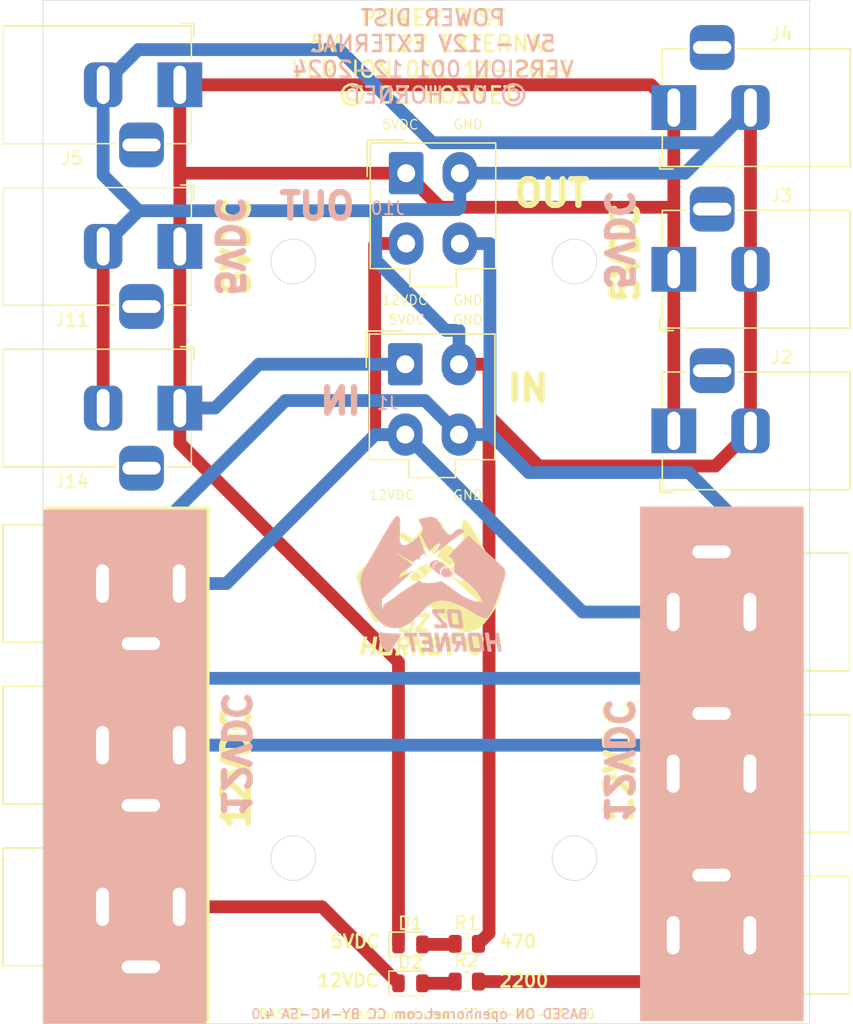
<source format=kicad_pcb>
(kicad_pcb (version 20240108) (generator "pcbnew") (generator_version "8.0")
  (layers (0 "F.Cu" signal) (31 "B.Cu" signal) (34 "B.Paste" user) (35 "F.Paste" user) (36 "B.SilkS" user "B.Silkscreen") (37 "F.SilkS" user "F.Silkscreen") (38 "B.Mask" user) (39 "F.Mask" user) (44 "Edge.Cuts" user))
  (net 0 "")
  (net 1 "/5VDC")
  (net 2 "Net-(D1-A)")
  (net 3 "Net-(D2-A)")
  (net 4 "/12VDC")
  (net 5 "/12VGND")
  (net 6 "/5VGND")
  (footprint "Connector_Molex:Molex_Mini-Fit_Jr_5566-04A_2x02_P4.20mm_Vertical" (layer "F.Cu") (at 88.832 50.09)
    (property "Reference" "J10")
    (property "Value" "Mini-Fit Jr. 2x02")
  )
  (footprint "Connector_BarrelJack:BarrelJack_Horizontal" (layer "F.Cu") (at 71.12 55.815)
    (property "Reference" "J11")
    (property "Value" "Conn_01x02_Socket")
  )
  (footprint "Connector_BarrelJack:BarrelJack_Horizontal" (layer "F.Cu") (at 109.776 57.597 180)
    (property "Reference" "J3")
    (property "Value" "Conn_01x02_Socket")
  )
  (footprint "Connector_BarrelJack:BarrelJack_Horizontal" (layer "F.Cu") (at 109.776 44.962 180)
    (property "Reference" "J4")
    (property "Value" "Conn_01x02_Socket")
  )
  (footprint "Connector_BarrelJack:BarrelJack_Horizontal" (layer "F.Cu") (at 109.776 70.232 180)
    (property "Reference" "J2")
    (property "Value" "Conn_01x02_Socket")
  )
  (footprint "Resistor_SMD:R_0805_2012Metric" (layer "F.Cu") (at 93.5755 113.284)
    (property "Reference" "R2")
    (property "Value" "R")
  )
  (footprint "Connector_BarrelJack:BarrelJack_Horizontal" (layer "F.Cu") (at 71.072 107.438)
    (property "Reference" "J8")
    (property "Value" "Conn_01x02_Socket")
  )
  (footprint "Connector_BarrelJack:BarrelJack_Horizontal" (layer "F.Cu") (at 109.728 84.393 180)
    (property "Reference" "J13")
    (property "Value" "Conn_01x02_Socket")
  )
  (footprint "Connector_BarrelJack:BarrelJack_Horizontal" (layer "F.Cu") (at 71.072 82.168)
    (property "Reference" "J6")
    (property "Value" "Conn_01x02_Socket")
  )
  (footprint "Resistor_SMD:R_0805_2012Metric" (layer "F.Cu") (at 93.5755 110.334)
    (property "Reference" "R1")
    (property "Value" "R")
  )
  (footprint "Connector_BarrelJack:BarrelJack_Horizontal" (layer "F.Cu") (at 109.728 109.663 180)
    (property "Reference" "J9")
    (property "Value" "Conn_01x02_Socket")
  )
  (footprint "Connector_BarrelJack:BarrelJack_Horizontal" (layer "F.Cu") (at 71.072 94.803)
    (property "Reference" "J7")
    (property "Value" "Conn_01x02_Socket")
  )
  (footprint "Connector_BarrelJack:BarrelJack_Horizontal" (layer "F.Cu") (at 109.728 97.028 180)
    (property "Reference" "J12")
    (property "Value" "Conn_01x02_Socket")
  )
  (footprint "Connector_BarrelJack:BarrelJack_Horizontal" (layer "F.Cu") (at 71.12 43.18)
    (property "Reference" "J5")
    (property "Value" "Conn_01x02_Socket")
  )
  (footprint "LED_SMD:LED_0805_2012Metric" (layer "F.Cu") (at 89.1655 110.379)
    (property "Reference" "D1")
    (property "Value" "LED")
  )
  (footprint "LED_SMD:LED_0805_2012Metric" (layer "F.Cu") (at 89.1655 113.419)
    (property "Reference" "D2")
    (property "Value" "LED")
  )
  (footprint "Connector_BarrelJack:BarrelJack_Horizontal" (layer "F.Cu") (at 71.12 68.45)
    (property "Reference" "J14")
    (property "Value" "Conn_01x02_Socket")
  )
  (footprint "Connector_Molex:Molex_Mini-Fit_Jr_5566-04A_2x02_P4.20mm_Vertical" (layer "F.Cu") (at 88.764 65.024)
    (property "Reference" "J1")
    (property "Value" "Mini-Fit Jr. 2x02")
  )
  (gr_poly (pts (xy 88.115725 76.88168) (xy 88.071191 76.900679) (xy 88.022135 76.931555) (xy 87.96836 76.975002) (xy 87.909667 77.031714) (xy 87.601294 77.496203) (xy 87.307008 77.969996) (xy 87.022935 78.450543) (xy 86.745202 78.935291) (xy 86.193269 79.907185) (xy 85.911323 80.389226) (xy 85.620227 80.865261) (xy 85.620755 80.864205) (xy 85.551745 80.985202) (xy 85.490489 81.106709) (xy 85.436873 81.228746) (xy 85.390783 81.351331) (xy 85.352102 81.474486) (xy 85.320718 81.598229) (xy 85.296514 81.722581) (xy 85.279377 81.847561) (xy 85.269191 81.97319) (xy 85.265842 82.099486) (xy 85.269214 82.226469) (xy 85.279195 82.35416) (xy 85.295668 82.482578) (xy 85.318519 82.611743) (xy 85.347633 82.741674) (xy 85.382895 82.872392) (xy 85.436898 83.045234) (xy 85.496237 83.212775) (xy 85.560801 83.375389) (xy 85.630475 83.533449) (xy 85.705145 83.687327) (xy 85.784698 83.837398) (xy 85.869021 83.984033) (xy 85.958 84.127608) (xy 86.051521 84.268494) (xy 86.149471 84.407065) (xy 86.251736 84.543695) (xy 86.358203 84.678756) (xy 86.468758 84.812621) (xy 86.583287 84.945665) (xy 86.701678 85.07826) (xy 86.823815 85.210779) (xy 86.909264 85.29383) (xy 87.00222 85.368695) (xy 87.101974 85.43529) (xy 87.207816 85.493528) (xy 87.319039 85.543323) (xy 87.434931 85.584589) (xy 87.554785 85.61724) (xy 87.67789 85.64119) (xy 87.803538 85.656353) (xy 87.931019 85.662643) (xy 88.059624 85.659974) (xy 88.188643 85.648259) (xy 88.317369 85.627414) (xy 88.44509 85.597351) (xy 88.571098 85.557985) (xy 88.694684 85.509229) (xy 88.731064 85.492918) (xy 88.767339 85.475842) (xy 88.803458 85.458007) (xy 88.839365 85.439425) (xy 88.875008 85.420103) (xy 88.910331 85.40005) (xy 88.945281 85.379276) (xy 88.979805 85.357788) (xy 89.013848 85.335597) (xy 89.047357 85.312712) (xy 89.080277 85.28914) (xy 89.112555 85.264891) (xy 89.144137 85.239974) (xy 89.17497 85.214397) (xy 89.204998 85.18817) (xy 89.234168 85.161302) (xy 89.386226 85.017168) (xy 89.535483 84.877979) (xy 89.82839 84.606835) (xy 89.973433 84.471079) (xy 90.118468 84.332665) (xy 90.264191 84.189693) (xy 90.4113 84.040263) (xy 90.49981 83.948724) (xy 90.59124 83.866866) (xy 90.685407 83.79436) (xy 90.782127 83.730875) (xy 90.881219 83.676082) (xy 90.982498 83.62965) (xy 91.085783 83.591249) (xy 91.19089 83.560549) (xy 91.297638 83.537219) (xy 91.405842 83.520931) (xy 91.515321 83.511353) (xy 91.625891 83.508156) (xy 91.737369 83.511009) (xy 91.849574 83.519582) (xy 91.962322 83.533546) (xy 92.07543 83.55257) (xy 92.301995 83.604477) (xy 92.527809 83.672663) (xy 92.751407 83.754486) (xy 92.971329 83.847307) (xy 93.186112 83.948484) (xy 93.394293 84.055376) (xy 93.594411 84.165343) (xy 93.785002 84.275742) (xy 94.315061 84.60022) (xy 94.45039 84.676387) (xy 94.519092 84.712181) (xy 94.588636 84.746076) (xy 94.659134 84.777789) (xy 94.730696 84.80704) (xy 94.803437 84.833548) (xy 94.877466 84.857031) (xy 94.920051 84.867768) (xy 94.940422 84.872135) (xy 94.960204 84.875821) (xy 94.979418 84.878817) (xy 94.998084 84.881113) (xy 95.016222 84.882702) (xy 95.033851 84.883572) (xy 95.050993 84.883716) (xy 95.067665 84.883123) (xy 95.083889 84.881784) (xy 95.099685 84.87969) (xy 95.115072 84.876832) (xy 95.130071 84.873201) (xy 95.144701 84.868786) (xy 95.158983 84.86358) (xy 95.172936 84.857571) (xy 95.18658 84.850752) (xy 95.199935 84.843113) (xy 95.213022 84.834645) (xy 95.22586 84.825338) (xy 95.238469 84.815183) (xy 95.250869 84.80417) (xy 95.26308 84.792291) (xy 95.275122 84.779536) (xy 95.287015 84.765896) (xy 95.298779 84.751361) (xy 95.310434 84.735922) (xy 95.322 84.71957) (xy 95.333496 84.702296) (xy 95.344944 84.68409) (xy 95.356362 84.664944) (xy 95.399062 84.590567) (xy 95.440987 84.515669) (xy 95.482057 84.44025) (xy 95.52219 84.364311) (xy 95.561306 84.28785) (xy 95.599324 84.210869) (xy 95.636164 84.133367) (xy 95.671745 84.055343) (xy 95.801871 83.756694) (xy 95.926539 83.456058) (xy 96.04575 83.153431) (xy 96.159505 82.84881) (xy 96.267802 82.542193) (xy 96.370642 82.233575) (xy 96.468025 81.922955) (xy 96.559952 81.610328) (xy 96.576061 81.546738) (xy 96.582436 81.515571) (xy 96.587696 81.484812) (xy 96.591845 81.454455) (xy 96.594886 81.424492) (xy 96.596823 81.394915) (xy 96.597659 81.365717) (xy 96.597398 81.336891) (xy 96.596043 81.308429) (xy 96.593598 81.280324) (xy 96.590066 81.252569) (xy 96.585451 81.225155) (xy 96.579757 81.198077) (xy 96.572987 81.171325) (xy 96.565144 81.144893) (xy 96.556232 81.118774) (xy 96.546255 81.09296) (xy 96.535216 81.067443) (xy 96.523119 81.042216) (xy 96.509967 81.017272) (xy 96.495764 80.992603) (xy 96.480513 80.968203) (xy 96.464218 80.944062) (xy 96.428509 80.896534) (xy 96.388666 80.849958) (xy 96.344718 80.804276) (xy 96.296691 80.759429) (xy 94.996 79.592616) (xy 94.350838 79.003554) (xy 94.031007 78.706047) (xy 93.713564 78.40596) (xy 93.643218 78.478356) (xy 93.573071 78.550951) (xy 93.539989 78.585583) (xy 93.507057 78.620438) (xy 93.474323 78.65554) (xy 93.441837 78.690916) (xy 93.439049 78.693851) (xy 93.436233 78.696602) (xy 93.433383 78.699161) (xy 93.430489 78.701524) (xy 93.427544 78.703686) (xy 93.424541 78.705641) (xy 93.421469 78.707383) (xy 93.418322 78.708908) (xy 93.415092 78.710209) (xy 93.411769 78.711282) (xy 93.408347 78.71212) (xy 93.404816 78.712719) (xy 93.401169 78.713073) (xy 93.397398 78.713177) (xy 93.393494 78.713025) (xy 93.38945 78.712612) (xy 93.384912 78.712086) (xy 93.380518 78.711802) (xy 93.376259 78.711765) (xy 93.372124 78.711984) (xy 93.368101 78.712462) (xy 93.364182 78.713207) (xy 93.360354 78.714225) (xy 93.356608 78.715522) (xy 93.352934 78.717105) (xy 93.349321 78.718978) (xy 93.345757 78.72115) (xy 93.342234 78.723625) (xy 93.33874 78.726411) (xy 93.335266 78.729512) (xy 93.331799 78.732936) (xy 93.328331 78.736689) (xy 93.301402 78.766899) (xy 93.274228 78.796845) (xy 93.219356 78.856182) (xy 93.108991 78.974285) (xy 93.016817 79.074331) (xy 92.924841 79.174574) (xy 92.736193 79.379627) (xy 92.549398 79.582827) (xy 92.309421 79.843441) (xy 92.229186 79.931812) (xy 92.148554 80.020976) (xy 92.15547 80.032698) (xy 92.15897 80.038306) (xy 92.162556 80.04371) (xy 92.166271 80.048883) (xy 92.170157 80.053798) (xy 92.174258 80.058428) (xy 92.178617 80.062747) (xy 92.183277 80.066729) (xy 92.185733 80.068584) (xy 92.18828 80.070345) (xy 92.190924 80.072009) (xy 92.19367 80.073571) (xy 92.196524 80.075028) (xy 92.19949 80.076378) (xy 92.202575 80.077616) (xy 92.205783 80.07874) (xy 92.20912 80.079746) (xy 92.212592 80.08063) (xy 92.216203 80.08139) (xy 92.219959 80.082022) (xy 92.223866 80.082523) (xy 92.227929 80.082889) (xy 92.233239 80.083473) (xy 92.238552 80.084413) (xy 92.243862 80.085681) (xy 92.249166 80.087246) (xy 92.254459 80.089082) (xy 92.259736 80.091158) (xy 92.264995 80.093447) (xy 92.270229 80.09592) (xy 92.275436 80.098547) (xy 92.280611 80.101301) (xy 92.290846 80.107074) (xy 92.310744 80.118872) (xy 92.330589 80.131411) (xy 92.349378 80.144791) (xy 92.367158 80.158973) (xy 92.383975 80.173918) (xy 92.399878 80.189587) (xy 92.414914 80.205941) (xy 92.42913 80.222941) (xy 92.442572 80.240548) (xy 92.455289 80.258721) (xy 92.467328 80.277423) (xy 92.478736 80.296614) (xy 92.489561 80.316256) (xy 92.499849 80.336308) (xy 92.509647 80.356731) (xy 92.519004 80.377487) (xy 92.527967 80.398537) (xy 92.540485 80.430678) (xy 92.551717 80.463178) (xy 92.561765 80.496001) (xy 92.57073 80.529109) (xy 92.578716 80.562465) (xy 92.585824 80.596032) (xy 92.592157 80.629773) (xy 92.597817 80.66365) (xy 92.600599 80.682845) (xy 92.60286 80.702122) (xy 92.6047 80.72146) (xy 92.606217 80.740842) (xy 92.611046 80.818431) (xy 92.612852 80.846849) (xy 92.614386 80.875317) (xy 92.614903 80.889553) (xy 92.615176 80.903784) (xy 92.615144 80.918002) (xy 92.61475 80.932202) (xy 92.612577 80.974335) (xy 92.609615 81.016356) (xy 92.60555 81.058203) (xy 92.600066 81.099815) (xy 92.596692 81.120514) (xy 92.592844 81.14113) (xy 92.588484 81.161656) (xy 92.58357 81.182084) (xy 92.578065 81.202407) (xy 92.571928 81.222617) (xy 92.565119 81.242706) (xy 92.5576 81.262667) (xy 92.555532 81.267498) (xy 92.553309 81.272295) (xy 92.550949 81.277098) (xy 92.548472 81.281948) (xy 92.543238 81.291948) (xy 92.540519 81.297179) (xy 92.537756 81.302618) (xy 92.594542 81.342636) (xy 92.652321 81.383052) (xy 92.880193 81.541901) (xy 93.107669 81.701345) (xy 93.264963 81.813396) (xy 93.343115 81.870191) (xy 93.420671 81.927828) (xy 93.485489 81.977256) (xy 93.549688 82.027576) (xy 93.613143 82.078889) (xy 93.644552 82.104949) (xy 93.675729 82.131293) (xy 93.751871 82.197166) (xy 93.827269 82.263982) (xy 93.976825 82.399052) (xy 94.013358 82.432806) (xy 94.031458 82.449871) (xy 94.04942 82.467082) (xy 94.06722 82.484454) (xy 94.084837 82.502003) (xy 94.102249 82.519744) (xy 94.119435 82.537693) (xy 94.175023 82.59723) (xy 94.229572 82.657645) (xy 94.282937 82.719045) (xy 94.334971 82.78154) (xy 94.38553 82.845238) (xy 94.434467 82.910247) (xy 94.481637 82.976677) (xy 94.526893 83.044635) (xy 94.563341 83.103083) (xy 94.598008 83.162374) (xy 94.630803 83.222559) (xy 94.661632 83.283686) (xy 94.690403 83.345805) (xy 94.717021 83.408966) (xy 94.741395 83.473219) (xy 94.763431 83.538612) (xy 94.76603 83.547065) (xy 94.768499 83.555583) (xy 94.77322 83.572975) (xy 94.78301 83.610314) (xy 94.738891 83.610678) (xy 94.718046 83.610649) (xy 94.707776 83.610441) (xy 94.697549 83.61005) (xy 94.673741 83.608661) (xy 94.649958 83.606875) (xy 94.626224 83.604692) (xy 94.602564 83.602112) (xy 94.491373 83.589941) (xy 94.435877 83.583211) (xy 94.408197 83.579468) (xy 94.380579 83.57539) (xy 94.323031 83.565763) (xy 94.265874 83.554583) (xy 94.209101 83.541908) (xy 94.152706 83.527798) (xy 94.096684 83.512311) (xy 94.041027 83.495506) (xy 93.98573 83.477443) (xy 93.930787 83.458179) (xy 93.856948 83.430716) (xy 93.820194 83.416447) (xy 93.78358 83.40179) (xy 93.747127 83.386724) (xy 93.710856 83.371227) (xy 93.674791 83.355277) (xy 93.638952 83.338853) (xy 93.553549 83.298391) (xy 93.511025 83.277642) (xy 93.468693 83.256467) (xy 93.426608 83.234809) (xy 93.384828 83.212609) (xy 93.343407 83.189806) (xy 93.302402 83.166344) (xy 93.252665 83.13697) (xy 93.203258 83.107023) (xy 93.15416 83.076549) (xy 93.105353 83.045595) (xy 93.008541 82.982429) (xy 92.912671 82.9179) (xy 92.864759 82.884755) (xy 92.817214 82.85108) (xy 92.722898 82.782599) (xy 92.53511 82.644321) (xy 92.204645 82.403815) (xy 91.899845 82.180771) (xy 91.767322 82.083735) (xy 91.634998 81.986302) (xy 91.632727 81.984725) (xy 91.630476 81.983361) (xy 91.628239 81.982199) (xy 91.62601 81.981229) (xy 91.623785 81.980441) (xy 91.621557 81.979823) (xy 91.619321 81.979366) (xy 91.617072 81.979059) (xy 91.614805 81.978891) (xy 91.612513 81.978853) (xy 91.610192 81.978933) (xy 91.607837 81.979121) (xy 91.60544 81.979407) (xy 91.602999 81.97978) (xy 91.600506 81.98023) (xy 91.597956 81.980746) (xy 91.295372 82.04246) (xy 90.992589 82.102983) (xy 90.975774 82.106141) (xy 90.958876 82.108903) (xy 90.941909 82.111317) (xy 90.924889 82.113434) (xy 90.907832 82.115303) (xy 90.890754 82.116973) (xy 90.856594 82.119916) (xy 90.792296 82.124898) (xy 90.727973 82.129408) (xy 90.663601 82.133273) (xy 90.599154 82.13632) (xy 90.58049 82.136781) (xy 90.561807 82.136829) (xy 90.543111 82.136548) (xy 90.524409 82.136023) (xy 90.449665 82.133145) (xy 90.397409 82.13169) (xy 90.384315 82.131187) (xy 90.371232 82.130541) (xy 90.358175 82.129709) (xy 90.345154 82.128647) (xy 90.302864 82.124438) (xy 90.260777 82.119333) (xy 90.218976 82.113006) (xy 90.198208 82.109283) (xy 90.177541 82.105133) (xy 90.156986 82.100514) (xy 90.136552 82.095386) (xy 90.116251 82.089709) (xy 90.096091 82.083441) (xy 90.076083 82.076542) (xy 90.056237 82.068972) (xy 90.036563 82.06069) (xy 90.017071 82.051654) (xy 90.015239 82.050736) (xy 90.013415 82.049771) (xy 90.011603 82.04876) (xy 90.009803 82.047706) (xy 90.008019 82.046609) (xy 90.006253 82.045473) (xy 90.004507 82.044298) (xy 90.002783 82.043088) (xy 90.001085 82.041843) (xy 89.999413 82.040566) (xy 89.997771 82.03926) (xy 89.996161 82.037924) (xy 89.994584 82.036563) (xy 89.993045 82.035177) (xy 89.991544 82.033768) (xy 89.990084 82.032339) (xy 89.963745 82.006447) (xy 89.937531 81.980382) (xy 89.911465 81.954167) (xy 89.885573 81.927829) (xy 89.884061 81.926305) (xy 89.882592 81.924913) (xy 89.881155 81.923663) (xy 89.879736 81.922562) (xy 89.878323 81.921619) (xy 89.877615 81.92121) (xy 89.876904 81.920843) (xy 89.876188 81.92052) (xy 89.875466 81.920242) (xy 89.874737 81.92001) (xy 89.873998 81.919825) (xy 89.873248 81.919688) (xy 89.872486 81.9196) (xy 89.87171 81.919563) (xy 89.870918 81.919576) (xy 89.870109 81.919642) (xy 89.869282 81.919761) (xy 89.868434 81.919935) (xy 89.867565 81.920164) (xy 89.866673 81.92045) (xy 89.865756 81.920794) (xy 89.864812 81.921196) (xy 89.86384 81.921658) (xy 89.86284 81.922181) (xy 89.861808 81.922765) (xy 89.860743 81.923413) (xy 89.859645 81.924125) (xy 89.445307 82.196646) (xy 88.956356 82.51732) (xy 88.595729 82.754122) (xy 88.219757 82.99992) (xy 88.165848 83.035507) (xy 88.138794 83.053126) (xy 88.125199 83.061784) (xy 88.111542 83.070299) (xy 88.108311 83.072348) (xy 88.105277 83.074433) (xy 88.102456 83.076567) (xy 88.099867 83.078762) (xy 88.097526 83.08103) (xy 88.096453 83.082195) (xy 88.09545 83.083382) (xy 88.094516 83.084594) (xy 88.093656 83.085832) (xy 88.09287 83.087097) (xy 88.092161 83.08839) (xy 88.091531 83.089714) (xy 88.090982 83.09107) (xy 88.090517 83.092459) (xy 88.090137 83.093882) (xy 88.089845 83.095342) (xy 88.089642 83.096839) (xy 88.089532 83.098376) (xy 88.089515 83.099953) (xy 88.089594 83.101573) (xy 88.089772 83.103237) (xy 88.09005 83.104945) (xy 88.090431 83.106701) (xy 88.090916 83.108505) (xy 88.091508 83.110358) (xy 88.092209 83.112263) (xy 88.093021 83.11422) (xy 88.093602 83.115613) (xy 88.094105 83.116966) (xy 88.094532 83.11828) (xy 88.094884 83.119555) (xy 88.095162 83.120795) (xy 88.095369 83.121999) (xy 88.095505 83.123169) (xy 88.095572 83.124307) (xy 88.095571 83.125415) (xy 88.095503 83.126492) (xy 88.095371 83.127541) (xy 88.095174 83.128563) (xy 88.094916 83.12956) (xy 88.094597 83.130533) (xy 88.094218 83.131482) (xy 88.093782 83.13241) (xy 88.093289 83.133318) (xy 88.09274 83.134207) (xy 88.092138 83.135079) (xy 88.091484 83.135935) (xy 88.090778 83.136775) (xy 88.090023 83.137603) (xy 88.08922 83.138418) (xy 88.08837 83.139223) (xy 88.086536 83.140806) (xy 88.084531 83.142363) (xy 88.082367 83.143904) (xy 88.080056 83.145441) (xy 87.546392 83.495485) (xy 87.206402 83.719057) (xy 87.172254 83.742006) (xy 87.138205 83.765128) (xy 87.121094 83.776529) (xy 87.103859 83.787704) (xy 87.08645 83.798563) (xy 87.068818 83.809015) (xy 87.066625 83.810315) (xy 87.064557 83.811636) (xy 87.062611 83.812977) (xy 87.060784 83.814339) (xy 87.059073 83.815723) (xy 87.057474 83.817128) (xy 87.055985 83.818555) (xy 87.054601 83.820004) (xy 87.05332 83.821476) (xy 87.052139 83.82297) (xy 87.051054 83.824488) (xy 87.050061 83.826029) (xy 87.049159 83.827593) (xy 87.048343 83.829182) (xy 87.04761 83.830794) (xy 87.046957 83.832432) (xy 87.045879 83.835781) (xy 87.045081 83.839231) (xy 87.044538 83.842786) (xy 87.044225 83.846446) (xy 87.044114 83.850215) (xy 87.044181 83.854095) (xy 87.044398 83.858088) (xy 87.044741 83.862197) (xy 87.045712 83.871821) (xy 87.0468 83.881445) (xy 87.049107 83.900694) (xy 87.050214 83.910318) (xy 87.051215 83.919943) (xy 87.052055 83.929567) (xy 87.052678 83.939191) (xy 87.054559 83.972215) (xy 87.056217 84.005337) (xy 87.056769 84.021904) (xy 87.057032 84.038459) (xy 87.056929 84.05499) (xy 87.056383 84.071483) (xy 87.056108 84.076306) (xy 87.055684 84.081149) (xy 87.055118 84.086006) (xy 87.054415 84.090872) (xy 87.053582 84.09574) (xy 87.052625 84.100607) (xy 87.05155 84.105465) (xy 87.050364 84.11031) (xy 87.049072 84.115137) (xy 87.047681 84.11994) (xy 87.044626 84.129452) (xy 87.041248 84.138802) (xy 87.037598 84.147948) (xy 87.036359 84.150761) (xy 87.035074 84.153398) (xy 87.033746 84.155858) (xy 87.032377 84.158141) (xy 87.030969 84.160247) (xy 87.029526 84.162176) (xy 87.028048 84.163927) (xy 87.026539 84.165501) (xy 87.025001 84.166898) (xy 87.023436 84.168117) (xy 87.021847 84.169158) (xy 87.020236 84.170021) (xy 87.018605 84.170706) (xy 87.016958 84.171214) (xy 87.015295 84.171543) (xy 87.01362 84.171694) (xy 87.011935 84.171667) (xy 87.010242 84.171462) (xy 87.008544 84.171078) (xy 87.006842 84.170515) (xy 87.005141 84.169774) (xy 87.003441 84.168854) (xy 87.001745 84.167755) (xy 87.000056 84.166477) (xy 86.998375 84.16502) (xy 86.996706 84.163384) (xy 86.995051 84.161569) (xy 86.993412 84.159574) (xy 86.991791 84.1574) (xy 86.990191 84.155046) (xy 86.988614 84.152513) (xy 86.987062 84.1498) (xy 86.984681 84.145348) (xy 86.982396 84.140828) (xy 86.980207 84.136244) (xy 86.978111 84.131601) (xy 86.974193 84.122164) (xy 86.970624 84.112559) (xy 86.967391 84.102831) (xy 86.964477 84.093022) (xy 86.961867 84.083175) (xy 86.959545 84.073335) (xy 86.957466 84.062858) (xy 86.955758 84.052276) (xy 86.954373 84.041607) (xy 86.953261 84.03087) (xy 86.952372 84.020083) (xy 86.951657 84.009265) (xy 86.95055 83.98761) (xy 86.941818 83.778325) (xy 86.936163 83.660453) (xy 86.929912 83.542581) (xy 86.927158 83.498172) (xy 86.924157 83.453813) (xy 86.918006 83.365045) (xy 86.917959 83.36339) (xy 86.918016 83.361752) (xy 86.918174 83.360131) (xy 86.918432 83.358529) (xy 86.918789 83.356949) (xy 86.919242 83.355393) (xy 86.919789 83.353862) (xy 86.920428 83.352358) (xy 86.921159 83.350883) (xy 86.921978 83.349439) (xy 86.922884 83.348027) (xy 86.923875 83.346651) (xy 86.92495 83.345311) (xy 86.926106 83.34401) (xy 86.927342 83.342749) (xy 86.928655 83.34153) (xy 86.931508 83.339228) (xy 86.934651 83.337117) (xy 86.938067 83.335213) (xy 86.941744 83.333531) (xy 86.945665 83.332086) (xy 86.949816 83.330894) (xy 86.954183 83.329969) (xy 86.958751 83.329326) (xy 86.961595 83.32898) (xy 86.964531 83.328587) (xy 86.967504 83.328224) (xy 86.968988 83.328079) (xy 86.970459 83.32797) (xy 86.971912 83.327908) (xy 86.97334 83.327903) (xy 86.974735 83.327963) (xy 86.97609 83.328098) (xy 86.977399 83.328319) (xy 86.978654 83.328635) (xy 86.97926 83.328832) (xy 86.979849 83.329056) (xy 86.980421 83.329308) (xy 86.980976 83.32959) (xy 86.983253 83.330718) (xy 86.985469 83.331673) (xy 86.987627 83.332463) (xy 86.98973 83.333094) (xy 86.991778 83.333572) (xy 86.993775 83.333904) (xy 86.995722 83.334096) (xy 86.997621 83.334155) (xy 86.999474 83.334086) (xy 87.001284 83.333896) (xy 87.003052 83.333593) (xy 87.00478 83.333181) (xy 87.006471 83.332668) (xy 87.008126 83.332059) (xy 87.009748 83.331362) (xy 87.011338 83.330583) (xy 87.012899 83.329727) (xy 87.014432 83.328802) (xy 87.017424 83.326769) (xy 87.020331 83.324534) (xy 87.02317 83.322149) (xy 87.034158 83.312128) (xy 87.187087 83.172164) (xy 87.377587 83.001508) (xy 87.517816 82.873978) (xy 87.726043 82.686124) (xy 87.867595 82.557007) (xy 88.069737 82.374974) (xy 88.168427 82.284751) (xy 88.373479 82.099807) (xy 88.421236 82.056051) (xy 88.445065 82.034211) (xy 88.468994 82.012494) (xy 88.675633 81.826228) (xy 88.811099 81.703461) (xy 89.021179 81.514019) (xy 89.089673 81.451942) (xy 89.157968 81.389665) (xy 89.408529 81.162123) (xy 89.40857 81.162064) (xy 89.408593 81.161986) (xy 89.408601 81.161889) (xy 89.408595 81.161772) (xy 89.408577 81.161635) (xy 89.408548 81.161477) (xy 89.408463 81.161098) (xy 89.408354 81.160632) (xy 89.408232 81.160077) (xy 89.40811 81.159428) (xy 89.408053 81.159068) (xy 89.408 81.158684) (xy 88.335115 81.710605) (xy 88.321886 81.680971) (xy 88.298735 81.62693) (xy 88.287358 81.599786) (xy 88.276377 81.572492) (xy 88.275968 81.571193) (xy 88.275634 81.569787) (xy 88.275376 81.568293) (xy 88.275195 81.566729) (xy 88.275091 81.565112) (xy 88.275065 81.56346) (xy 88.275119 81.561791) (xy 88.275253 81.560123) (xy 88.275467 81.558473) (xy 88.275762 81.55686) (xy 88.27614 81.555301) (xy 88.2766 81.553814) (xy 88.277145 81.552417) (xy 88.277774 81.551128) (xy 88.27812 81.55053) (xy 88.278488 81.549965) (xy 88.278877 81.549435) (xy 88.279288 81.548944) (xy 88.445181 81.357121) (xy 88.454211 81.347018) (xy 88.463614 81.337414) (xy 88.473356 81.328263) (xy 88.483401 81.319517) (xy 88.493715 81.311132) (xy 88.504261 81.30306) (xy 88.515006 81.295254) (xy 88.525912 81.287668) (xy 88.548072 81.272971) (xy 88.570457 81.258597) (xy 88.592787 81.244173) (xy 88.614779 81.229328) (xy 88.876849 81.047857) (xy 89.139713 80.867378) (xy 89.387098 80.697251) (xy 89.384191 80.694884) (xy 89.381405 80.692555) (xy 89.376085 80.688057) (xy 89.373494 80.685913) (xy 89.370913 80.683856) (xy 89.368313 80.681899) (xy 89.366997 80.680961) (xy 89.365666 80.680053) (xy 88.966146 80.409649) (xy 88.543077 80.122576) (xy 88.337364 79.982281) (xy 88.234334 79.912431) (xy 88.130857 79.843176) (xy 88.127402 79.840799) (xy 88.124079 79.838336) (xy 88.117799 79.833166) (xy 88.111963 79.827704) (xy 88.106515 79.821985) (xy 88.101403 79.816045) (xy 88.096571 79.809922) (xy 88.091965 79.803652) (xy 88.087532 79.797271) (xy 88.070433 79.771367) (xy 88.066046 79.764978) (xy 88.061505 79.758697) (xy 88.056757 79.75256) (xy 88.051747 79.746603) (xy 88.055451 79.741576) (xy 89.449012 80.559403) (xy 89.454576 80.533003) (xy 89.459793 80.507346) (xy 89.462473 80.494782) (xy 89.465308 80.482384) (xy 89.468379 80.470149) (xy 89.471765 80.458068) (xy 89.478261 80.438663) (xy 89.485826 80.420431) (xy 89.494439 80.403366) (xy 89.504078 80.387461) (xy 89.514722 80.372711) (xy 89.526348 80.359111) (xy 89.538936 80.346654) (xy 89.552464 80.335334) (xy 89.566909 80.325146) (xy 89.58225 80.316084) (xy 89.598466 80.308142) (xy 89.615534 80.301315) (xy 89.633433 80.295595) (xy 89.652141 80.290979) (xy 89.671637 80.287459) (xy 89.691899 80.28503) (xy 89.701999 80.284253) (xy 89.712058 80.283701) (xy 89.732075 80.283224) (xy 89.751979 80.283509) (xy 89.771803 80.284468) (xy 89.791578 80.28601) (xy 89.811333 80.288044) (xy 89.831102 80.290482) (xy 89.850913 80.293233) (xy 89.852776 80.293414) (xy 89.854685 80.293465) (xy 89.856633 80.293394) (xy 89.858611 80.293208) (xy 89.860611 80.292913) (xy 89.862625 80.292516) (xy 89.864642 80.292025) (xy 89.866656 80.291447) (xy 89.868658 80.290787) (xy 89.870639 80.290054) (xy 89.87259 80.289255) (xy 89.874503 80.288396) (xy 89.87637 80.287484) (xy 89.878181 80.286526) (xy 89.87993 80.285529) (xy 89.881606 80.284501) (xy 89.883998 80.282852) (xy 89.88632 80.28109) (xy 89.888583 80.279233) (xy 89.890796 80.2773) (xy 89.89297 80.275307) (xy 89.895116 80.273274) (xy 89.899366 80.269155) (xy 89.903627 80.265086) (xy 89.905789 80.263115) (xy 89.907985 80.26121) (xy 89.910226 80.259388) (xy 89.912523 80.257668) (xy 89.914885 80.256067) (xy 89.917324 80.254603) (xy 89.919026 80.253651) (xy 89.920612 80.252678) (xy 89.922085 80.251685) (xy 89.923449 80.250672) (xy 89.924707 80.249638) (xy 89.925863 80.248585) (xy 89.926919 80.247511) (xy 89.927879 80.246418) (xy 89.928746 80.245304) (xy 89.929524 80.24417) (xy 89.930216 80.243016) (xy 89.930826 80.241841) (xy 89.931356 80.240647) (xy 89.93181 80.239432) (xy 89.932192 80.238197) (xy 89.932505 80.236942) (xy 89.932751 80.235667) (xy 89.932935 80.234372) (xy 89.933129 80.231721) (xy 89.933113 80.228989) (xy 89.932914 80.226177) (xy 89.932558 80.223284) (xy 89.932072 80.220311) (xy 89.930818 80.214122) (xy 89.928788 80.204451) (xy 89.92707 80.194789) (xy 89.92567 80.185137) (xy 89.924596 80.175497) (xy 89.923855 80.165871) (xy 89.923455 80.15626) (xy 89.923403 80.146668) (xy 89.923707 80.137095) (xy 89.924373 80.127544) (xy 89.92541 80.118017) (xy 89.926824 80.108515) (xy 89.928622 80.099041) (xy 89.930813 80.089596) (xy 89.933404 80.080182) (xy 89.936402 80.070802) (xy 89.939813 80.061457) (xy 89.944047 80.051335) (xy 89.948701 80.041597) (xy 89.953763 80.03223) (xy 89.959219 80.023221) (xy 89.965057 80.014558) (xy 89.971263 80.006228) (xy 89.977824 79.998218) (xy 89.984727 79.990516) (xy 89.991958 79.983108) (xy 89.999505 79.975982) (xy 90.007354 79.969125) (xy 90.015493 79.962524) (xy 90.023907 79.956166) (xy 90.032584 79.950039) (xy 90.041511 79.94413) (xy 90.050674 79.938426) (xy 90.067058 79.928966) (xy 90.08366 79.920203) (xy 90.100466 79.912098) (xy 90.117465 79.904609) (xy 90.134643 79.897697) (xy 90.151989 79.891322) (xy 90.16949 79.885443) (xy 90.187133 79.880019) (xy 90.204907 79.875011) (xy 90.222798 79.870379) (xy 90.258885 79.862077) (xy 90.295294 79.854793) (xy 90.331926 79.848203) (xy 90.334507 79.847683) (xy 90.337098 79.84712) (xy 90.342344 79.845888) (xy 90.353358 79.843176) (xy 89.832658 78.441678) (xy 89.716079 78.559498) (xy 89.655107 78.61764) (xy 89.592474 78.674822) (xy 89.528275 78.730705) (xy 89.462606 78.784955) (xy 89.395562 78.837233) (xy 89.327238 78.887203) (xy 89.257729 78.934529) (xy 89.187131 78.978873) (xy 89.11554 79.019898) (xy 89.04305 79.057269) (xy 88.969757 79.090647) (xy 88.895757 79.119696) (xy 88.821144 79.14408) (xy 88.746014 79.163462) (xy 88.728544 79.165832) (xy 88.711317 79.167585) (xy 88.694345 79.168721) (xy 88.677641 79.169238) (xy 88.661219 79.169138) (xy 88.64509 79.16842) (xy 88.629269 79.167083) (xy 88.613768 79.165128) (xy 88.598599 79.162553) (xy 88.583777 79.159359) (xy 88.569313 79.155546) (xy 88.555221 79.151113) (xy 88.541513 79.146061) (xy 88.528204 79.140388) (xy 88.515304 79.134094) (xy 88.502829 79.12718) (xy 88.490789 79.119646) (xy 88.479199 79.11149) (xy 88.468071 79.102712) (xy 88.457419 79.093313) (xy 88.447255 79.083292) (xy 88.437591 79.07265) (xy 88.428442 79.061384) (xy 88.41982 79.049496) (xy 88.411737 79.036986) (xy 88.404208 79.023852) (xy 88.397244 79.010095) (xy 88.390859 78.995714) (xy 88.385065 78.98071) (xy 88.379876 78.965081) (xy 88.375305 78.948828) (xy 88.371364 78.931951) (xy 88.357917 78.861605) (xy 88.346936 78.790411) (xy 88.338403 78.718592) (xy 88.332305 78.646366) (xy 88.328625 78.573955) (xy 88.327348 78.501577) (xy 88.328459 78.429454) (xy 88.331941 78.357805) (xy 88.362253 77.928552) (xy 88.375157 77.62745) (xy 88.375496 77.474689) (xy 88.369645 77.327849) (xy 88.356017 77.192474) (xy 88.345791 77.13082) (xy 88.333027 77.074111) (xy 88.317525 77.023042) (xy 88.299089 76.978305) (xy 88.277518 76.940593) (xy 88.252616 76.910601) (xy 88.224184 76.88902) (xy 88.192024 76.876544) (xy 88.155937 76.873867)) (stroke (width -0.000001)) (fill solid) (layer "B.SilkS"))
  (gr_poly (pts (xy 91.986676 80.900455) (xy 91.967601 80.903365) (xy 91.929447 80.909082) (xy 91.910474 80.912243) (xy 91.891641 80.915841) (xy 91.872999 80.920053) (xy 91.863767 80.922445) (xy 91.854603 80.925056) (xy 91.854604 80.925056) (xy 91.831136 80.932925) (xy 91.808291 80.942204) (xy 91.786118 80.952833) (xy 91.764666 80.964753) (xy 91.743984 80.977905) (xy 91.724122 80.992228) (xy 91.705128 81.007663) (xy 91.687052 81.024151) (xy 91.669943 81.041632) (xy 91.653851 81.060046) (xy 91.638824 81.079334) (xy 91.624911 81.099436) (xy 91.612162 81.120293) (xy 91.600625 81.141845) (xy 91.590351 81.164032) (xy 91.581388 81.186795) (xy 91.573786 81.210075) (xy 91.567593 81.233811) (xy 91.562858 81.257944) (xy 91.559632 81.282414) (xy 91.557963 81.307163) (xy 91.5579 81.332129) (xy 91.559492 81.357255) (xy 91.562789 81.382479) (xy 91.56784 81.407744) (xy 91.574693 81.432988) (xy 91.583399 81.458152) (xy 91.594006 81.483177) (xy 91.606564 81.508003) (xy 91.621121 81.532571) (xy 91.637727 81.556821) (xy 91.656431 81.580694) (xy 91.657646 81.582128) (xy 91.658908 81.583553) (xy 91.660215 81.584963) (xy 91.661565 81.586353) (xy 91.662955 81.587721) (xy 91.664384 81.589061) (xy 91.665847 81.590369) (xy 91.667345 81.591641) (xy 91.668873 81.592872) (xy 91.67043 81.59406) (xy 91.672013 81.595198) (xy 91.67362 81.596283) (xy 91.675249 81.597311) (xy 91.676898 81.598278) (xy 91.678563 81.599178) (xy 91.680243 81.600008) (xy 91.712758 81.615288) (xy 91.745298 81.630369) (xy 91.777986 81.644954) (xy 91.794425 81.651968) (xy 91.810947 81.658746) (xy 91.822937 81.663397) (xy 91.834994 81.667725) (xy 91.847117 81.671731) (xy 91.859304 81.675415) (xy 91.871555 81.678776) (xy 91.883868 81.681814) (xy 91.896243 81.68453) (xy 91.908678 81.686924) (xy 91.921171 81.688995) (xy 91.933723 81.690744) (xy 91.946331 81.69217) (xy 91.958994 81.693274) (xy 91.971712 81.694055) (xy 91.984482 81.694514) (xy 91.997305 81.694651) (xy 92.010179 81.694465) (xy 92.037944 81.693) (xy 92.065097 81.690124) (xy 92.091656 81.685886) (xy 92.117641 81.68033) (xy 92.14307 81.673505) (xy 92.167964 81.665457) (xy 92.192342 81.656233) (xy 92.216223 81.645881) (xy 92.239626 81.634446) (xy 92.262572 81.621976) (xy 92.285078 81.608517) (xy 92.307165 81.594117) (xy 92.328852 81.578823) (xy 92.350159 81.562681) (xy 92.371104 81.545739) (xy 92.391708 81.528042) (xy 92.400975 81.519601) (xy 92.409912 81.510939) (xy 92.418497 81.502048) (xy 92.426711 81.492918) (xy 92.434533 81.483541) (xy 92.441942 81.473906) (xy 92.448917 81.464004) (xy 92.455439 81.453826) (xy 92.461486 81.443363) (xy 92.467039 81.432606) (xy 92.472076 81.421545) (xy 92.476577 81.41017) (xy 92.480521 81.398473) (xy 92.483889 81.386444) (xy 92.486658 81.374074) (xy 92.48881 81.361354) (xy 92.489156 81.358268) (xy 92.489394 81.355259) (xy 92.489515 81.35232) (xy 92.489512 81.349448) (xy 92.489376 81.346638) (xy 92.489098 81.343886) (xy 92.488669 81.341186) (xy 92.488082 81.338534) (xy 92.487327 81.335926) (xy 92.486396 81.333356) (xy 92.485281 81.330821) (xy 92.483973 81.328315) (xy 92.482463 81.325833) (xy 92.480743 81.323372) (xy 92.478804 81.320927) (xy 92.476639 81.318492) (xy 92.311076 81.140692) (xy 92.22884 81.051345) (xy 92.147497 80.961304) (xy 92.140099 80.953332) (xy 92.132581 80.945894) (xy 92.124925 80.939006) (xy 92.117115 80.93268) (xy 92.109137 80.92693) (xy 92.100974 80.921772) (xy 92.09261 80.917218) (xy 92.08403 80.913282) (xy 92.075217 80.909979) (xy 92.066156 80.907323) (xy 92.05683 80.905327) (xy 92.047224 80.904005) (xy 92.037322 80.903372) (xy 92.027108 80.903441) (xy 92.016566 80.904226) (xy 92.00568 80.905742) (xy 92.00568 80.897275)) (stroke (width -0.000001)) (fill solid) (layer "B.SilkS"))
  (gr_poly (pts (xy 90.59684 76.963583) (xy 90.485048 76.977379) (xy 90.373034 76.996586) (xy 90.262247 77.019857) (xy 90.154134 77.045843) (xy 89.777359 77.149982) (xy 89.918085 77.438179) (xy 89.987319 77.578309) (xy 90.057817 77.716455) (xy 90.075048 77.752012) (xy 90.089538 77.787336) (xy 90.101294 77.82241) (xy 90.110321 77.857217) (xy 90.116625 77.89174) (xy 90.120214 77.925963) (xy 90.121092 77.959868) (xy 90.119267 77.99344) (xy 90.114744 78.026662) (xy 90.10753 78.059516) (xy 90.097631 78.091987) (xy 90.085053 78.124058) (xy 90.069802 78.155711) (xy 90.051885 78.186931) (xy 90.031308 78.2177) (xy 90.008076 78.248002) (xy 89.989828 78.268933) (xy 89.971232 78.290038) (xy 89.933199 78.332669) (xy 89.951852 78.333033) (xy 89.961178 78.333153) (xy 89.970505 78.333198) (xy 89.971083 78.333217) (xy 89.971675 78.333274) (xy 89.972279 78.333367) (xy 89.972894 78.333494) (xy 89.973519 78.333654) (xy 89.974151 78.333847) (xy 89.97479 78.33407) (xy 89.975433 78.334323) (xy 89.976727 78.33491) (xy 89.978021 78.335598) (xy 89.979302 78.336376) (xy 89.980559 78.337233) (xy 89.981778 78.338158) (xy 89.982948 78.339141) (xy 89.984056 78.34017) (xy 89.98509 78.341235) (xy 89.986037 78.342325) (xy 89.986884 78.343428) (xy 89.98762 78.344535) (xy 89.987942 78.345086) (xy 89.988232 78.345634) (xy 90.229797 78.831673) (xy 90.372936 79.121921) (xy 90.530893 79.442332) (xy 90.577922 79.538772) (xy 90.625349 79.6368) (xy 90.638045 79.626031) (xy 90.65032 79.615733) (xy 90.656291 79.61066) (xy 90.662147 79.605584) (xy 90.667886 79.600464) (xy 90.673503 79.595261) (xy 90.70183 79.56834) (xy 90.730058 79.54122) (xy 90.786216 79.486782) (xy 90.880374 79.396129) (xy 90.903798 79.373365) (xy 90.927045 79.350418) (xy 90.950049 79.327217) (xy 90.972747 79.30369) (xy 90.990055 79.286126) (xy 91.007822 79.269216) (xy 91.026013 79.252907) (xy 91.04459 79.237147) (xy 91.063518 79.221884) (xy 91.082759 79.207064) (xy 91.122038 79.178542) (xy 91.162136 79.151162) (xy 91.202761 79.124501) (xy 91.284426 79.071651) (xy 91.286883 79.070046) (xy 91.289386 79.068498) (xy 91.294489 79.065528) (xy 91.304799 79.059778) (xy 91.309846 79.056817) (xy 91.312307 79.055276) (xy 91.314713 79.05368) (xy 91.317053 79.052017) (xy 91.319319 79.050276) (xy 91.3215 79.048446) (xy 91.323585 79.046515) (xy 91.325646 79.0446) (xy 91.327712 79.042821) (xy 91.329784 79.041175) (xy 91.331862 79.039659) (xy 91.333946 79.03827) (xy 91.336037 79.037004) (xy 91.338135 79.035857) (xy 91.340241 79.034828) (xy 91.342355 79.033912) (xy 91.344478 79.033107) (xy 91.346609 79.032408) (xy 91.348751 79.031814) (xy 91.350902 79.03132) (xy 91.353063 79.030923) (xy 91.357418 79.030409) (xy 91.36182 79.030245) (xy 91.366272 79.030405) (xy 91.370777 79.030864) (xy 91.37534 79.031595) (xy 91.379962 79.032573) (xy 91.384649 79.033771) (xy 91.389403 79.035164) (xy 91.394228 79.036726) (xy 91.408749 79.041372) (xy 91.423328 79.045817) (xy 91.452602 79.054287) (xy 91.511174 79.070857) (xy 91.511963 79.07112) (xy 91.512745 79.071414) (xy 91.513529 79.071739) (xy 91.51432 79.072093) (xy 91.51595 79.072889) (xy 91.517689 79.0738) (xy 91.521704 79.075954) (xy 91.524084 79.077191) (xy 91.526784 79.07853) (xy 91.001851 79.855611) (xy 91.006085 79.860374) (xy 91.087576 79.800049) (xy 91.586316 79.428574) (xy 92.014147 79.110809) (xy 92.510241 78.743303) (xy 92.888066 78.462315) (xy 93.355585 78.115976) (xy 93.355055 78.115975) (xy 93.370566 78.104334) (xy 93.378384 78.098488) (xy 93.386276 78.092692) (xy 93.350822 78.058528) (xy 93.315368 78.024165) (xy 93.28425 77.995814) (xy 93.253444 77.970608) (xy 93.222856 77.94857) (xy 93.192394 77.929725) (xy 93.177182 77.921508) (xy 93.161967 77.914099) (xy 93.146737 77.907501) (xy 93.131481 77.901717) (xy 93.116188 77.896749) (xy 93.100845 77.892602) (xy 93.085442 77.889278) (xy 93.069967 77.88678) (xy 93.054408 77.885112) (xy 93.038753 77.884276) (xy 93.022992 77.884276) (xy 93.007113 77.885114) (xy 92.991103 77.886794) (xy 92.974953 77.889319) (xy 92.958649 77.892693) (xy 92.942181 77.896917) (xy 92.925537 77.901995) (xy 92.908706 77.907931) (xy 92.891675 77.914727) (xy 92.874434 77.922387) (xy 92.839275 77.94031) (xy 92.803134 77.961723) (xy 92.758145 77.991534) (xy 92.716065 78.021222) (xy 92.639868 78.079543) (xy 92.573008 78.13532) (xy 92.513949 78.187181) (xy 92.461154 78.23376) (xy 92.413088 78.273686) (xy 92.390349 78.290726) (xy 92.368215 78.30559) (xy 92.346496 78.318107) (xy 92.324999 78.328105) (xy 92.303532 78.335413) (xy 92.281904 78.339861) (xy 92.259922 78.341276) (xy 92.237394 78.339488) (xy 92.214128 78.334326) (xy 92.189932 78.325619) (xy 92.164615 78.313195) (xy 92.137984 78.296884) (xy 92.109848 78.276514) (xy 92.080013 78.251915) (xy 92.048289 78.222914) (xy 92.014483 78.189341) (xy 91.978404 78.151026) (xy 91.939858 78.107796) (xy 91.854603 78.005909) (xy 91.714188 77.809778) (xy 91.576625 77.611613) (xy 91.441791 77.411564) (xy 91.309561 77.209777) (xy 91.282164 77.168658) (xy 91.251636 77.131756) (xy 91.218158 77.098903) (xy 91.181911 77.06993) (xy 91.143077 77.044668) (xy 91.101836 77.022951) (xy 91.058368 77.004607) (xy 91.012856 76.989471) (xy 90.965479 76.977371) (xy 90.916419 76.968142) (xy 90.865857 76.961613) (xy 90.813973 76.957616) (xy 90.706964 76.956546)) (stroke (width -0.000001)) (fill solid) (layer "B.SilkS"))
  (gr_rect (start 107.188 76.2) (end 119.888 116.332) (stroke (width 0.1)) (fill solid) (layer "B.SilkS"))
  (gr_poly (pts (xy 92.216622 84.179561) (xy 92.202994 84.180133) (xy 92.189491 84.181027) (xy 92.176159 84.182297) (xy 92.163042 84.183995) (xy 92.150188 84.186175) (xy 92.137641 84.18889) (xy 92.125448 84.192195) (xy 92.113654 84.196143) (xy 92.102305 84.200786) (xy 92.091447 84.206179) (xy 92.081125 84.212375) (xy 92.071385 84.219428) (xy 92.062273 84.22739) (xy 92.057967 84.23173) (xy 92.053834 84.236317) (xy 92.047636 84.24418) (xy 92.042036 84.252506) (xy 92.037031 84.261317) (xy 92.032618 84.270634) (xy 92.028795 84.28048) (xy 92.025557 84.290876) (xy 92.022902 84.301846) (xy 92.020828 84.31341) (xy 92.019329 84.325591) (xy 92.018405 84.338412) (xy 92.018051 84.351893) (xy 92.018264 84.366058) (xy 92.019042 84.380928) (xy 92.020381 84.396526) (xy 92.022278 84.412873) (xy 92.02473 84.429992) (xy 92.18348 85.429059) (xy 92.186621 85.447343) (xy 92.190142 85.464708) (xy 92.19404 85.481174) (xy 92.198316 85.496765) (xy 92.202967 85.511503) (xy 92.207994 85.525409) (xy 92.213395 85.538506) (xy 92.21917 85.550817) (xy 92.225317 85.562363) (xy 92.231835 85.573168) (xy 92.238724 85.583252) (xy 92.245983 85.59264) (xy 92.253611 85.601352) (xy 92.261606 85.609411) (xy 92.269968 85.61684) (xy 92.278697 85.62366) (xy 92.28779 85.629894) (xy 92.297248 85.635565) (xy 92.307069 85.640694) (xy 92.317252 85.645304) (xy 92.327797 85.649417) (xy 92.338702 85.653056) (xy 92.349967 85.656242) (xy 92.36159 85.658999) (xy 92.385909 85.66331) (xy 92.411651 85.666169) (xy 92.43881 85.667754) (xy 92.467378 85.668242) (xy 93.070628 85.668242) (xy 93.098284 85.667848) (xy 93.112023 85.667273) (xy 93.12564 85.666374) (xy 93.139088 85.665097) (xy 93.15232 85.663387) (xy 93.16529 85.66119) (xy 93.177949 85.658453) (xy 93.190252 85.65512) (xy 93.202152 85.651138) (xy 93.213601 85.646451) (xy 93.224553 85.641007) (xy 93.234961 85.63475) (xy 93.244778 85.627627) (xy 93.253957 85.619583) (xy 93.258292 85.615198) (xy 93.262451 85.610563) (xy 93.268609 85.602772) (xy 93.274185 85.594472) (xy 93.279181 85.585649) (xy 93.283597 85.576291) (xy 93.287435 85.566384) (xy 93.290696 85.555915) (xy 93.293381 85.544871) (xy 93.295491 85.533238) (xy 93.297028 85.521004) (xy 93.297992 85.508156) (xy 93.298384 85.494679) (xy 93.298207 85.480561) (xy 93.297461 85.46579) (xy 93.296147 85.45035) (xy 93.294266 85.434231) (xy 93.29182 85.417417) (xy 93.283874 85.367411) (xy 92.972468 85.367411) (xy 92.955005 85.367411) (xy 92.955005 85.36794) (xy 92.512358 85.36794) (xy 92.506016 85.367927) (xy 92.498732 85.36784) (xy 92.495031 85.367746) (xy 92.491447 85.367605) (xy 92.4881 85.367408) (xy 92.485105 85.367145) (xy 92.484696 85.365493) (xy 92.484258 85.363499) (xy 92.483789 85.361146) (xy 92.483287 85.358414) (xy 92.482747 85.355286) (xy 92.482166 85.351742) (xy 92.481542 85.347764) (xy 92.480872 85.343333) (xy 92.34567 84.494814) (xy 92.344645 84.486017) (xy 92.344219 84.482387) (xy 92.343818 84.479204) (xy 92.802076 84.479204) (xy 92.80869 84.479221) (xy 92.816496 84.479337) (xy 92.820411 84.479463) (xy 92.824102 84.479651) (xy 92.827397 84.479913) (xy 92.828841 84.480076) (xy 92.830121 84.480263) (xy 92.830566 84.481549) (xy 92.831101 84.48326) (xy 92.831717 84.485448) (xy 92.832403 84.488167) (xy 92.832771 84.489741) (xy 92.833152 84.491468) (xy 92.833547 84.493354) (xy 92.833954 84.495406) (xy 92.834371 84.497629) (xy 92.834799 84.500032) (xy 92.835235 84.502619) (xy 92.835678 84.505398) (xy 92.97088 85.35233) (xy 92.971426 85.356956) (xy 92.971872 85.360962) (xy 92.97222 85.364422) (xy 92.972468 85.367411) (xy 93.283874 85.367411) (xy 93.13307 84.41835) (xy 93.129926 84.400065) (xy 93.126399 84.382701) (xy 93.122489 84.366234) (xy 93.118198 84.350644) (xy 93.113526 84.335906) (xy 93.108475 84.322) (xy 93.103046 84.308903) (xy 93.097239 84.296592) (xy 93.091057 84.285046) (xy 93.084498 84.274242) (xy 93.077566 84.264157) (xy 93.07026 84.25477) (xy 93.062582 84.246058) (xy 93.054532 84.237998) (xy 93.046113 84.23057) (xy 93.037324 84.223749) (xy 93.028167 84.217515) (xy 93.018643 84.211844) (xy 93.008752 84.206715) (xy 92.998497 84.202105) (xy 92.987877 84.197992) (xy 92.976894 84.194353) (xy 92.965549 84.191167) (xy 92.953844 84.188411) (xy 92.929353 84.184099) (xy 92.90343 84.18124) (xy 92.876082 84.179656) (xy 92.84732 84.179167) (xy 92.24407 84.179167)) (stroke (width -0.000001)) (fill solid) (layer "B.SilkS"))
  (gr_poly (pts (xy 91.473868 80.469708) (xy 91.464343 80.470019) (xy 91.454818 80.470205) (xy 91.435768 80.470502) (xy 91.420619 80.471095) (xy 91.40554 80.471993) (xy 91.390537 80.473216) (xy 91.375616 80.474785) (xy 91.360786 80.47672) (xy 91.346052 80.479041) (xy 91.331422 80.481769) (xy 91.316904 80.484922) (xy 91.302503 80.488522) (xy 91.288226 80.492589) (xy 91.274082 80.497142) (xy 91.260076 80.502203) (xy 91.246216 80.50779) (xy 91.232509 80.513925) (xy 91.218961 80.520627) (xy 91.20558 80.527917) (xy 91.188421 80.538269) (xy 91.171956 80.549268) (xy 91.156162 80.560889) (xy 91.141022 80.573111) (xy 91.126514 80.585909) (xy 91.112619 80.599261) (xy 91.099315 80.613143) (xy 91.086584 80.627532) (xy 91.074404 80.642405) (xy 91.062757 80.657738) (xy 91.051621 80.673509) (xy 91.040976 80.689693) (xy 91.030803 80.706268) (xy 91.021081 80.72321) (xy 91.01179 80.740497) (xy 91.002909 80.758104) (xy 90.995017 80.775236) (xy 90.988045 80.792391) (xy 90.981976 80.809554) (xy 90.97679 80.826709) (xy 90.972468 80.843841) (xy 90.968993 80.860933) (xy 90.966346 80.877971) (xy 90.964508 80.894939) (xy 90.963459 80.911822) (xy 90.963183 80.928603) (xy 90.963659 80.945267) (xy 90.96487 80.961799) (xy 90.966796 80.978183) (xy 90.96942 80.994404) (xy 90.972721 81.010445) (xy 90.976683 81.026292) (xy 90.981285 81.04193) (xy 90.98651 81.057341) (xy 90.992338 81.072512) (xy 90.998752 81.087425) (xy 91.005732 81.102067) (xy 91.01326 81.11642) (xy 91.021317 81.13047) (xy 91.029884 81.144202) (xy 91.048476 81.170645) (xy 91.068886 81.195626) (xy 91.090965 81.219021) (xy 91.114564 81.240704) (xy 91.114829 81.240969) (xy 91.138888 81.261161) (xy 91.163328 81.280877) (xy 91.213254 81.318988) (xy 91.264419 81.355511) (xy 91.31664 81.390657) (xy 91.369728 81.424637) (xy 91.423498 81.457663) (xy 91.477765 81.489944) (xy 91.532341 81.521692) (xy 91.540477 81.52621) (xy 91.548613 81.530654) (xy 91.564885 81.539419) (xy 91.564557 81.537818) (xy 91.564171 81.536287) (xy 91.56373 81.534821) (xy 91.563239 81.533416) (xy 91.562702 81.532067) (xy 91.562122 81.530768) (xy 91.561504 81.529516) (xy 91.56085 81.528306) (xy 91.560165 81.527134) (xy 91.559454 81.525993) (xy 91.558719 81.524881) (xy 91.557964 81.523792) (xy 91.556413 81.521665) (xy 91.55483 81.519575) (xy 91.546502 81.508889) (xy 91.538497 81.49806) (xy 91.530834 81.48708) (xy 91.523531 81.475944) (xy 91.516608 81.464642) (xy 91.510084 81.45317) (xy 91.503978 81.441519) (xy 91.498309 81.429683) (xy 91.493095 81.417655) (xy 91.488357 81.405427) (xy 91.484112 81.392993) (xy 91.480379 81.380346) (xy 91.477179 81.367479) (xy 91.474529 81.354385) (xy 91.472449 81.341057) (xy 91.470958 81.327488) (xy 91.469374 81.301022) (xy 91.469274 81.275104) (xy 91.470643 81.249739) (xy 91.473463 81.224929) (xy 91.477719 81.200676) (xy 91.483394 81.176985) (xy 91.490472 81.153859) (xy 91.498937 81.131299) (xy 91.508773 81.10931) (xy 91.519962 81.087895) (xy 91.53249 81.067057) (xy 91.546339 81.046798) (xy 91.561493 81.027122) (xy 91.577937 81.008032) (xy 91.595653 80.989532) (xy 91.614626 80.971623) (xy 91.635906 80.953359) (xy 91.657677 80.936375) (xy 91.679941 80.920679) (xy 91.702699 80.906279) (xy 91.725954 80.893186) (xy 91.749706 80.881406) (xy 91.773958 80.870948) (xy 91.79871 80.861821) (xy 91.823965 80.854034) (xy 91.849723 80.847595) (xy 91.875987 80.842512) (xy 91.902758 80.838794) (xy 91.930037 80.83645) (xy 91.957826 80.835488) (xy 91.986127 80.835916) (xy 92.014941 80.837744) (xy 92.013646 80.836055) (xy 92.012518 80.834548) (xy 92.010641 80.832022) (xy 92.00983 80.830972) (xy 92.009443 80.830493) (xy 92.009062 80.830042) (xy 92.008685 80.829618) (xy 92.008307 80.829218) (xy 92.007924 80.82884) (xy 92.007533 80.828483) (xy 91.957722 80.783654) (xy 91.907247 80.739724) (xy 91.856016 80.696799) (xy 91.803936 80.654983) (xy 91.750912 80.614383) (xy 91.696854 80.575103) (xy 91.641666 80.53725) (xy 91.585258 80.500929) (xy 91.578652 80.496939) (xy 91.572028 80.493207) (xy 91.56538 80.489735) (xy 91.5587 80.486526) (xy 91.551983 80.483584) (xy 91.545223 80.480912) (xy 91.538413 80.478513) (xy 91.531547 80.476389) (xy 91.524619 80.474545) (xy 91.517623 80.472983) (xy 91.510553 80.471706) (xy 91.503402 80.470717) (xy 91.496164 80.47002) (xy 91.488833 80.469618) (xy 91.481403 80.469513)) (stroke (width -0.000001)) (fill solid) (layer "B.SilkS"))
  (gr_poly (pts (xy 90.873793 84.471531) (xy 91.638968 85.36794) (xy 91.018255 85.36794) (xy 91.065351 85.668242) (xy 92.079499 85.668242) (xy 92.03399 85.375348) (xy 91.25982 84.479204) (xy 91.891645 84.479204) (xy 91.844549 84.178901) (xy 90.828285 84.178901)) (stroke (width -0.000001)) (fill solid) (layer "B.SilkS"))
  (gr_poly (pts (xy 91.484451 86.884796) (xy 91.345016 86.007966) (xy 91.03413 86.007966) (xy 91.269345 87.497306) (xy 91.610393 87.497306) (xy 91.899318 86.632384) (xy 92.035049 87.497306) (xy 92.345935 87.497306) (xy 92.11072 86.007966) (xy 91.775493 86.007966)) (stroke (width -0.000001)) (fill solid) (layer "B.SilkS"))
  (gr_poly (pts (xy 88.688864 86.308269) (xy 89.055312 86.308269) (xy 89.243431 87.497306) (xy 89.554315 87.497306) (xy 89.366197 86.308269) (xy 89.73238 86.308269) (xy 89.685285 86.007966) (xy 88.641768 86.007966)) (stroke (width -0.000001)) (fill solid) (layer "B.SilkS"))
  (gr_poly (pts (xy 93.848837 86.008362) (xy 93.835209 86.008934) (xy 93.821706 86.009828) (xy 93.808373 86.011098) (xy 93.795257 86.012796) (xy 93.782403 86.014976) (xy 93.769856 86.017692) (xy 93.757663 86.020996) (xy 93.745869 86.024944) (xy 93.73452 86.029587) (xy 93.723661 86.03498) (xy 93.713339 86.041177) (xy 93.7036 86.048229) (xy 93.694488 86.056192) (xy 93.690181 86.060531) (xy 93.686049 86.065118) (xy 93.686049 86.065117) (xy 93.679851 86.072981) (xy 93.674251 86.081307) (xy 93.669246 86.090118) (xy 93.664833 86.099435) (xy 93.66101 86.10928) (xy 93.657772 86.119677) (xy 93.655118 86.130646) (xy 93.653043 86.14221) (xy 93.651545 86.154392) (xy 93.65062 86.167212) (xy 93.650266 86.180694) (xy 93.65048 86.194858) (xy 93.651257 86.209729) (xy 93.652596 86.225326) (xy 93.654493 86.241674) (xy 93.656945 86.258793) (xy 93.815695 87.25786) (xy 93.818837 87.276144) (xy 93.822357 87.293509) (xy 93.826256 87.309975) (xy 93.830531 87.325566) (xy 93.835183 87.340303) (xy 93.840209 87.354209) (xy 93.845611 87.367307) (xy 93.851385 87.379617) (xy 93.857532 87.391164) (xy 93.864051 87.401968) (xy 93.87094 87.412053) (xy 93.878198 87.42144) (xy 93.885826 87.430152) (xy 93.893821 87.438211) (xy 93.902184 87.44564) (xy 93.910912 87.45246) (xy 93.920006 87.458695) (xy 93.929463 87.464365) (xy 93.939284 87.469494) (xy 93.949467 87.474104) (xy 93.960012 87.478218) (xy 93.970917 87.481856) (xy 93.982182 87.485042) (xy 93.993805 87.487799) (xy 94.018124 87.49211) (xy 94.043867 87.494969) (xy 94.071025 87.496554) (xy 94.099593 87.497043) (xy 94.702843 87.497043) (xy 94.7305 87.496648) (xy 94.744239 87.496073) (xy 94.757856 87.495174) (xy 94.771304 87.493897) (xy 94.784536 87.492187) (xy 94.797505 87.489991) (xy 94.810165 87.487253) (xy 94.822468 87.48392) (xy 94.834367 87.479938) (xy 94.845817 87.475251) (xy 94.856769 87.469807) (xy 94.867176 87.46355) (xy 94.876993 87.456427) (xy 94.886172 87.448383) (xy 94.890507 87.443999) (xy 94.894666 87.439364) (xy 94.900824 87.431573) (xy 94.9064 87.423273) (xy 94.911396 87.41445) (xy 94.915812 87.405092) (xy 94.91965 87.395185) (xy 94.922911 87.384716) (xy 94.925596 87.373672) (xy 94.927706 87.36204) (xy 94.929242 87.349806) (xy 94.930206 87.336957) (xy 94.930599 87.32348) (xy 94.930422 87.309363) (xy 94.929676 87.294591) (xy 94.928362 87.279152) (xy 94.926481 87.263032) (xy 94.924035 87.246219) (xy 94.916131 87.196477) (xy 94.604947 87.196477) (xy 94.144837 87.196477) (xy 94.138495 87.196464) (xy 94.131211 87.196377) (xy 94.127509 87.196283) (xy 94.123926 87.196142) (xy 94.120579 87.195945) (xy 94.117584 87.195683) (xy 94.117175 87.19403) (xy 94.116737 87.192037) (xy 94.116268 87.189683) (xy 94.115766 87.186952) (xy 94.115226 87.183823) (xy 94.114645 87.180279) (xy 94.114021 87.176301) (xy 94.113351 87.17187) (xy 93.978149 86.323352) (xy 93.977124 86.314554) (xy 93.976698 86.310925) (xy 93.976297 86.307741) (xy 93.991907 86.307741) (xy 93.991908 86.308269) (xy 94.434556 86.308269) (xy 94.44117 86.308286) (xy 94.448975 86.308402) (xy 94.45289 86.308528) (xy 94.456582 86.308716) (xy 94.459877 86.308979) (xy 94.461321 86.309142) (xy 94.462602 86.309328) (xy 94.463046 86.310614) (xy 94.463581 86.312325) (xy 94.464197 86.314514) (xy 94.464883 86.317232) (xy 94.465251 86.318807) (xy 94.465632 86.320534) (xy 94.466027 86.32242) (xy 94.466434 86.324472) (xy 94.466851 86.326695) (xy 94.467279 86.329097) (xy 94.467714 86.331685) (xy 94.468158 86.334464) (xy 94.60336 87.181396) (xy 94.603905 87.186021) (xy 94.604352 87.190027) (xy 94.604699 87.193487) (xy 94.604947 87.196477) (xy 94.916131 87.196477) (xy 94.765285 86.247152) (xy 94.762141 86.228867) (xy 94.758614 86.211502) (xy 94.754704 86.195036) (xy 94.750413 86.179445) (xy 94.745741 86.164708) (xy 94.74069 86.150802) (xy 94.735261 86.137704) (xy 94.729454 86.125394) (xy 94.723271 86.113847) (xy 94.716713 86.103043) (xy 94.709781 86.092958) (xy 94.702475 86.083571) (xy 94.694797 86.074859) (xy 94.686747 86.066799) (xy 94.678328 86.059371) (xy 94.669539 86.05255) (xy 94.660382 86.046316) (xy 94.650857 86.040645) (xy 94.640967 86.035516) (xy 94.630712 86.030906) (xy 94.620092 86.026793) (xy 94.609109 86.023154) (xy 94.597764 86.019968) (xy 94.586058 86.017212) (xy 94.561568 86.0129) (xy 94.535645 86.010041) (xy 94.508298 86.008457) (xy 94.479535 86.007968) (xy 93.876285 86.007968)) (stroke (width -0.000001)) (fill solid) (layer "B.SilkS"))
  (gr_poly (pts (xy 86.825027 85.976002) (xy 86.810497 85.977294) (xy 86.796679 85.979291) (xy 86.783571 85.982002) (xy 86.771172 85.985436) (xy 86.759477 85.989602) (xy 86.748485 85.994508) (xy 86.738193 86.000164) (xy 86.728599 86.006578) (xy 86.7197 86.01376) (xy 86.711494 86.021718) (xy 86.703979 86.030461) (xy 86.697151 86.039998) (xy 86.691009 86.050339) (xy 86.68555 86.061491) (xy 86.680771 86.073464) (xy 86.67667 86.086267) (xy 86.673245 86.099909) (xy 86.670493 86.114399) (xy 86.668412 86.129744) (xy 86.666998 86.145956) (xy 86.66625 86.163042) (xy 86.666166 86.181011) (xy 86.666742 86.199872) (xy 86.667977 86.219634) (xy 86.676131 86.304287) (xy 86.68741 86.387768) (xy 86.70183 86.470045) (xy 86.719409 86.551087) (xy 86.740165 86.630862) (xy 86.764115 86.709339) (xy 86.791276 86.786487) (xy 86.821667 86.862274) (xy 86.855303 86.936669) (xy 86.892203 87.00964) (xy 86.932385 87.081156) (xy 86.975865 87.151186) (xy 87.022661 87.219698) (xy 87.072791 87.286662) (xy 87.126271 87.352044) (xy 87.18312 87.415815) (xy 87.196513 87.429831) (xy 87.209761 87.442911) (xy 87.222873 87.455056) (xy 87.235858 87.46627) (xy 87.248728 87.476554) (xy 87.26149 87.485912) (xy 87.274156 87.494346) (xy 87.286733 87.501858) (xy 87.299233 87.508451) (xy 87.311665 87.514128) (xy 87.324038 87.518891) (xy 87.336362 87.522743) (xy 87.348646 87.525686) (xy 87.360901 87.527723) (xy 87.373136 87.528857) (xy 87.385361 87.529089) (xy 87.397584 87.528424) (xy 87.409817 87.526862) (xy 87.422068 87.524407) (xy 87.434347 87.521061) (xy 87.446664 87.516828) (xy 87.459029 87.511708) (xy 87.47145 87.505706) (xy 87.483939 87.498824) (xy 87.496503 87.491063) (xy 87.509154 87.482427) (xy 87.5219 87.472919) (xy 87.534752 87.46254) (xy 87.547718 87.451294) (xy 87.560809 87.439183) (xy 87.587403 87.412375) (xy 87.654093 87.339195) (xy 87.719407 87.262861) (xy 87.783174 87.184022) (xy 87.845219 87.103326) (xy 87.905372 87.02142) (xy 87.96346 86.938953) (xy 88.072749 86.774928) (xy 88.171706 86.616434) (xy 88.258953 86.468656) (xy 88.333109 86.336778) (xy 88.392795 86.225983) (xy 88.395966 86.219422) (xy 88.398638 86.212798) (xy 88.400824 86.20613) (xy 88.402534 86.199433) (xy 88.403777 86.192728) (xy 88.404566 86.18603) (xy 88.40491 86.179359) (xy 88.404821 86.172732) (xy 88.404309 86.166166) (xy 88.403385 86.15968) (xy 88.40206 86.15329) (xy 88.400344 86.147016) (xy 88.398247 86.140875) (xy 88.395782 86.134884) (xy 88.392958 86.129061) (xy 88.389786 86.123424) (xy 88.386276 86.117992) (xy 88.382441 86.11278) (xy 88.378289 86.107809) (xy 88.373833 86.103094) (xy 88.369082 86.098655) (xy 88.364047 86.094508) (xy 88.35874 86.090672) (xy 88.35317 86.087164) (xy 88.347348 86.084002) (xy 88.341286 86.081204) (xy 88.334994 86.078788) (xy 88.328482 86.076771) (xy 88.321762 86.075172) (xy 88.314844 86.074007) (xy 88.307738 86.073296) (xy 88.300456 86.073054) (xy 88.009873 86.070636) (xy 87.834405 86.066473) (xy 87.649217 86.059462) (xy 87.462107 86.04894) (xy 87.280872 86.034248) (xy 87.11331 86.014725) (xy 87.037094 86.002945) (xy 86.967221 85.989711) (xy 86.96722 85.989976) (xy 86.927312 85.982555) (xy 86.890324 85.977706) (xy 86.872918 85.976267) (xy 86.856235 85.975497) (xy 86.840273 85.975406)) (stroke (width -0.000001)) (fill solid) (layer "B.SilkS"))
  (gr_poly (pts (xy 92.562168 86.008097) (xy 92.548541 86.008669) (xy 92.535037 86.009564) (xy 92.521705 86.010833) (xy 92.508588 86.012531) (xy 92.495734 86.014711) (xy 92.483187 86.017427) (xy 92.470994 86.020732) (xy 92.4592 86.024679) (xy 92.447851 86.029323) (xy 92.436993 86.034716) (xy 92.426671 86.040912) (xy 92.416931 86.047965) (xy 92.407819 86.055927) (xy 92.403512 86.060267) (xy 92.39938 86.064853) (xy 92.39991 86.065117) (xy 92.393711 86.072981) (xy 92.388111 86.081307) (xy 92.383106 86.090118) (xy 92.378694 86.099435) (xy 92.37487 86.10928) (xy 92.371633 86.119677) (xy 92.368978 86.130646) (xy 92.366903 86.14221) (xy 92.365405 86.154392) (xy 92.36448 86.167212) (xy 92.364126 86.180694) (xy 92.36434 86.194858) (xy 92.365117 86.209729) (xy 92.366456 86.225326) (xy 92.368353 86.241674) (xy 92.370805 86.258793) (xy 92.443301 86.715199) (xy 92.446445 86.733484) (xy 92.449972 86.750848) (xy 92.453882 86.767315) (xy 92.458173 86.782905) (xy 92.462845 86.797643) (xy 92.467896 86.811549) (xy 92.473325 86.824646) (xy 92.479132 86.836957) (xy 92.485315 86.848503) (xy 92.491873 86.859308) (xy 92.498806 86.869392) (xy 92.506112 86.878779) (xy 92.51379 86.887492) (xy 92.521839 86.895551) (xy 92.530259 86.902979) (xy 92.539048 86.9098) (xy 92.548205 86.916034) (xy 92.557729 86.921705) (xy 92.567619 86.926834) (xy 92.577875 86.931444) (xy 92.588494 86.935557) (xy 92.599477 86.939196) (xy 92.610822 86.942382) (xy 92.622528 86.945138) (xy 92.647019 86.94945) (xy 92.672942 86.952309) (xy 92.700289 86.953894) (xy 92.729051 86.954382) (xy 92.767416 86.954382) (xy 92.548076 87.497043) (xy 92.873778 87.497043) (xy 93.093118 86.954382) (xy 93.202126 86.954382) (xy 93.286263 87.497043) (xy 93.597414 87.497043) (xy 93.464325 86.654344) (xy 93.153178 86.654344) (xy 92.772178 86.654344) (xy 92.765836 86.654332) (xy 92.758552 86.654245) (xy 92.754851 86.65415) (xy 92.751268 86.654009) (xy 92.74792 86.653812) (xy 92.744926 86.653551) (xy 92.744517 86.651898) (xy 92.744079 86.649904) (xy 92.74361 86.647551) (xy 92.743107 86.644819) (xy 92.742567 86.641691) (xy 92.741987 86.638147) (xy 92.741363 86.634169) (xy 92.740693 86.629738) (xy 92.691744 86.32388) (xy 92.690719 86.315082) (xy 92.690293 86.311453) (xy 92.689892 86.308269) (xy 93.098409 86.308269) (xy 93.153178 86.654344) (xy 93.464325 86.654344) (xy 93.362199 86.007703) (xy 92.589616 86.007703)) (stroke (width -0.000001)) (fill solid) (layer "B.SilkS"))
  (gr_poly (pts (xy 91.137223 80.351924) (xy 91.114201 80.353481) (xy 91.091361 80.355989) (xy 91.068696 80.359411) (xy 91.046202 80.36371) (xy 91.023872 80.368849) (xy 91.001701 80.374792) (xy 90.979683 80.381501) (xy 90.957811 80.38894) (xy 90.93608 80.397073) (xy 90.914485 80.405861) (xy 90.893019 80.415269) (xy 90.871676 80.425259) (xy 90.859074 80.431591) (xy 90.846773 80.438289) (xy 90.834783 80.445356) (xy 90.823113 80.4528) (xy 90.811773 80.460626) (xy 90.800774 80.468838) (xy 90.790124 80.477442) (xy 90.779833 80.486444) (xy 90.769911 80.495849) (xy 90.760368 80.505662) (xy 90.751213 80.51589) (xy 90.742457 80.526536) (xy 90.734108 80.537608) (xy 90.726176 80.54911) (xy 90.718671 80.561047) (xy 90.711604 80.573426) (xy 90.70584 80.584481) (xy 90.700554 80.595517) (xy 90.695744 80.606528) (xy 90.691407 80.617511) (xy 90.687543 80.628459) (xy 90.684149 80.639367) (xy 90.681224 80.650231) (xy 90.678766 80.661044) (xy 90.676774 80.671803) (xy 90.675246 80.682501) (xy 90.674179 80.693134) (xy 90.673573 80.703697) (xy 90.673426 80.714184) (xy 90.673736 80.72459) (xy 90.674501 80.734911) (xy 90.675719 80.74514) (xy 90.67739 80.755274) (xy 90.679511 80.765306) (xy 90.68208 80.775232) (xy 90.685096 80.785046) (xy 90.688557 80.794744) (xy 90.692462 80.804319) (xy 90.696808 80.813768) (xy 90.701595 80.823085) (xy 90.70682 80.832265) (xy 90.712481 80.841302) (xy 90.718578 80.850192) (xy 90.725107 80.858929) (xy 90.732069 80.867508) (xy 90.73946 80.875925) (xy 90.747279 80.884173) (xy 90.755525 80.892249) (xy 90.755525 80.891984) (xy 90.76801 80.904006) (xy 90.7803 80.916226) (xy 90.804505 80.941064) (xy 90.828562 80.9661) (xy 90.840666 80.978569) (xy 90.852891 80.990938) (xy 90.879866 81.017541) (xy 90.907362 81.044417) (xy 90.96481 81.100476) (xy 90.953336 81.068942) (xy 90.943912 81.037738) (xy 90.936528 81.006858) (xy 90.931175 80.976299) (xy 90.927843 80.946054) (xy 90.926524 80.916119) (xy 90.927207 80.886489) (xy 90.929885 80.857158) (xy 90.934546 80.828122) (xy 90.941183 80.799375) (xy 90.949786 80.770913) (xy 90.960345 80.74273) (xy 90.972851 80.714821) (xy 90.987295 80.687182) (xy 91.003668 80.659808) (xy 91.02196 80.632692) (xy 91.04215 80.606258) (xy 91.063405 80.582064) (xy 91.085685 80.560026) (xy 91.10895 80.540059) (xy 91.13316 80.522078) (xy 91.158277 80.505998) (xy 91.18426 80.491734) (xy 91.21107 80.479201) (xy 91.238668 80.468314) (xy 91.267014 80.45899) (xy 91.296069 80.451141) (xy 91.325792 80.444685) (xy 91.356145 80.439536) (xy 91.387088 80.435608) (xy 91.418581 80.432818) (xy 91.450585 80.43108) (xy 91.424057 80.418399) (xy 91.397412 80.406279) (xy 91.37058 80.39491) (xy 91.343495 80.38448) (xy 91.329835 80.379676) (xy 91.316086 80.375179) (xy 91.30224 80.371011) (xy 91.288288 80.367195) (xy 91.27422 80.363757) (xy 91.26003 80.360719) (xy 91.245708 80.358105) (xy 91.231245 80.355938) (xy 91.207438 80.353324) (xy 91.183836 80.351809) (xy 91.160433 80.351354)) (stroke (width -0.000001)) (fill solid) (layer "B.SilkS"))
  (gr_poly (pts (xy 89.863614 86.308269) (xy 90.510256 86.308269) (xy 90.557087 86.601427) (xy 90.038239 86.601427) (xy 90.085335 86.901729) (xy 90.604447 86.901729) (xy 90.651279 87.197004) (xy 90.004901 87.197004) (xy 90.051997 87.497306) (xy 91.008995 87.497306) (xy 90.77378 86.007966) (xy 89.816518 86.007966)) (stroke (width -0.000001)) (fill solid) (layer "B.SilkS"))
  (gr_poly (pts (xy 95.873889 86.601427) (xy 95.387585 86.601427) (xy 95.293658 86.007967) (xy 94.982772 86.007967) (xy 95.217987 87.497307) (xy 95.528872 87.497307) (xy 95.434945 86.901729) (xy 95.921249 86.901729) (xy 96.015176 87.497307) (xy 96.326062 87.497307) (xy 96.090847 86.007967) (xy 95.779962 86.007967)) (stroke (width -0.000001)) (fill solid) (layer "B.SilkS"))
  (gr_rect (start 60.452 76.454) (end 73.152 116.586) (stroke (width 0.1)) (fill solid) (layer "B.SilkS"))
  (gr_rect (start 60.706 76.2) (end 73.406 116.332) (stroke (width 0.1)) (fill solid) (layer "F.SilkS"))
  (gr_poly (pts (xy 89.580875 81.20273) (xy 89.59995 81.20564) (xy 89.638104 81.211357) (xy 89.657077 81.214518) (xy 89.67591 81.218116) (xy 89.694552 81.222328) (xy 89.703784 81.22472) (xy 89.712948 81.227331) (xy 89.712947 81.227331) (xy 89.736415 81.2352) (xy 89.75926 81.244479) (xy 89.781433 81.255108) (xy 89.802885 81.267028) (xy 89.823567 81.28018) (xy 89.843429 81.294503) (xy 89.862423 81.309938) (xy 89.880499 81.326426) (xy 89.897608 81.343907) (xy 89.9137 81.362321) (xy 89.928727 81.381609) (xy 89.94264 81.401711) (xy 89.955389 81.422568) (xy 89.966926 81.44412) (xy 89.9772 81.466307) (xy 89.986163 81.48907) (xy 89.993765 81.51235) (xy 89.999958 81.536086) (xy 90.004693 81.560219) (xy 90.007919 81.584689) (xy 90.009588 81.609438) (xy 90.009651 81.634404) (xy 90.008059 81.65953) (xy 90.004762 81.684754) (xy 89.999711 81.710019) (xy 89.992858 81.735263) (xy 89.984152 81.760427) (xy 89.973545 81.785452) (xy 89.960987 81.810278) (xy 89.94643 81.834846) (xy 89.929824 81.859096) (xy 89.91112 81.882969) (xy 89.909905 81.884403) (xy 89.908643 81.885828) (xy 89.907336 81.887238) (xy 89.905986 81.888628) (xy 89.904596 81.889996) (xy 89.903167 81.891336) (xy 89.901704 81.892644) (xy 89.900206 81.893916) (xy 89.898678 81.895147) (xy 89.897121 81.896335) (xy 89.895538 81.897473) (xy 89.893931 81.898558) (xy 89.892302 81.899586) (xy 89.890653 81.900553) (xy 89.888988 81.901453) (xy 89.887308 81.902283) (xy 89.854793 81.917563) (xy 89.822253 81.932644) (xy 89.789565 81.947229) (xy 89.773126 81.954243) (xy 89.756604 81.961021) (xy 89.744614 81.965672) (xy 89.732557 81.97) (xy 89.720434 81.974006) (xy 89.708247 81.97769) (xy 89.695996 81.981051) (xy 89.683683 81.984089) (xy 89.671308 81.986805) (xy 89.658873 81.989199) (xy 89.64638 81.99127) (xy 89.633828 81.993019) (xy 89.62122 81.994445) (xy 89.608557 81.995549) (xy 89.595839 81.99633) (xy 89.583069 81.996789) (xy 89.570246 81.996926) (xy 89.557372 81.99674) (xy 89.529607 81.995275) (xy 89.502454 81.992399) (xy 89.475895 81.988161) (xy 89.44991 81.982605) (xy 89.424481 81.97578) (xy 89.399587 81.967732) (xy 89.375209 81.958508) (xy 89.351328 81.948156) (xy 89.327925 81.936721) (xy 89.304979 81.924251) (xy 89.282473 81.910792) (xy 89.260386 81.896392) (xy 89.238699 81.881098) (xy 89.217392 81.864956) (xy 89.196447 81.848014) (xy 89.175843 81.830317) (xy 89.166576 81.821876) (xy 89.157639 81.813214) (xy 89.149054 81.804323) (xy 89.14084 81.795193) (xy 89.133018 81.785816) (xy 89.125609 81.776181) (xy 89.118634 81.766279) (xy 89.112112 81.756101) (xy 89.106065 81.745638) (xy 89.100512 81.734881) (xy 89.095475 81.72382) (xy 89.090974 81.712445) (xy 89.08703 81.700748) (xy 89.083662 81.688719) (xy 89.080893 81.676349) (xy 89.078741 81.663629) (xy 89.078395 81.660543) (xy 89.078157 81.657534) (xy 89.078036 81.654595) (xy 89.078039 81.651723) (xy 89.078175 81.648913) (xy 89.078453 81.646161) (xy 89.078882 81.643461) (xy 89.079469 81.640809) (xy 89.080224 81.638201) (xy 89.081155 81.635631) (xy 89.08227 81.633096) (xy 89.083578 81.63059) (xy 89.085088 81.628108) (xy 89.086808 81.625647) (xy 89.088747 81.623202) (xy 89.090912 81.620767) (xy 89.256475 81.442967) (xy 89.338711 81.35362) (xy 89.420054 81.263579) (xy 89.427452 81.255607) (xy 89.43497 81.248169) (xy 89.442626 81.241281) (xy 89.450436 81.234955) (xy 89.458414 81.229205) (xy 89.466577 81.224047) (xy 89.474941 81.219493) (xy 89.483521 81.215557) (xy 89.492334 81.212254) (xy 89.501395 81.209598) (xy 89.510721 81.207602) (xy 89.520327 81.20628) (xy 89.530229 81.205647) (xy 89.540443 81.205716) (xy 89.550985 81.206501) (xy 89.561871 81.208017) (xy 89.561871 81.19955)) (stroke (width -0.000001)) (fill solid) (layer "F.SilkS"))
  (gr_poly (pts (xy 90.0831 87.187071) (xy 90.222535 86.310241) (xy 90.533421 86.310241) (xy 90.298206 87.799581) (xy 89.957158 87.799581) (xy 89.668233 86.934659) (xy 89.532502 87.799581) (xy 89.221616 87.799581) (xy 89.456831 86.310241) (xy 89.792058 86.310241)) (stroke (width -0.000001)) (fill solid) (layer "F.SilkS"))
  (gr_poly (pts (xy 93.451826 77.183955) (xy 93.49636 77.202954) (xy 93.545416 77.23383) (xy 93.599191 77.277277) (xy 93.657884 77.333989) (xy 93.966257 77.798478) (xy 94.260543 78.272271) (xy 94.544616 78.752818) (xy 94.822349 79.237566) (xy 95.374282 80.20946) (xy 95.656228 80.691501) (xy 95.947324 81.167536) (xy 95.946796 81.16648) (xy 96.015806 81.287477) (xy 96.077062 81.408984) (xy 96.130678 81.531021) (xy 96.176768 81.653606) (xy 96.215449 81.776761) (xy 96.246833 81.900504) (xy 96.271037 82.024856) (xy 96.288174 82.149836) (xy 96.29836 82.275465) (xy 96.301709 82.401761) (xy 96.298337 82.528744) (xy 96.288356 82.656435) (xy 96.271883 82.784853) (xy 96.249032 82.914018) (xy 96.219918 83.043949) (xy 96.184656 83.174667) (xy 96.130653 83.347509) (xy 96.071314 83.51505) (xy 96.00675 83.677664) (xy 95.937076 83.835724) (xy 95.862406 83.989602) (xy 95.782853 84.139673) (xy 95.69853 84.286308) (xy 95.609551 84.429883) (xy 95.51603 84.570769) (xy 95.41808 84.70934) (xy 95.315815 84.84597) (xy 95.209348 84.981031) (xy 95.098793 85.114896) (xy 94.984264 85.24794) (xy 94.865873 85.380535) (xy 94.743736 85.513054) (xy 94.658287 85.596105) (xy 94.565331 85.67097) (xy 94.465577 85.737565) (xy 94.359735 85.795803) (xy 94.248512 85.845598) (xy 94.13262 85.886864) (xy 94.012766 85.919515) (xy 93.889661 85.943465) (xy 93.764013 85.958628) (xy 93.636532 85.964918) (xy 93.507927 85.962249) (xy 93.378908 85.950534) (xy 93.250182 85.929689) (xy 93.122461 85.899626) (xy 92.996453 85.86026) (xy 92.872867 85.811504) (xy 92.836487 85.795193) (xy 92.800212 85.778117) (xy 92.764093 85.760282) (xy 92.728186 85.7417) (xy 92.692543 85.722378) (xy 92.65722 85.702325) (xy 92.62227 85.681551) (xy 92.587746 85.660063) (xy 92.553703 85.637872) (xy 92.520194 85.614987) (xy 92.487274 85.591415) (xy 92.454996 85.567166) (xy 92.423414 85.542249) (xy 92.392581 85.516672) (xy 92.362553 85.490445) (xy 92.333383 85.463577) (xy 92.181325 85.319443) (xy 92.032068 85.180254) (xy 91.739161 84.90911) (xy 91.594118 84.773354) (xy 91.449083 84.63494) (xy 91.30336 84.491968) (xy 91.156251 84.342538) (xy 91.067741 84.250999) (xy 90.976311 84.169141) (xy 90.882144 84.096635) (xy 90.785424 84.03315) (xy 90.686332 83.978357) (xy 90.585053 83.931925) (xy 90.481768 83.893524) (xy 90.376661 83.862824) (xy 90.269913 83.839494) (xy 90.161709 83.823206) (xy 90.05223 83.813628) (xy 89.94166 83.810431) (xy 89.830182 83.813284) (xy 89.717977 83.821857) (xy 89.605229 83.835821) (xy 89.492121 83.854845) (xy 89.265556 83.906752) (xy 89.039742 83.974938) (xy 88.816144 84.056761) (xy 88.596222 84.149582) (xy 88.381439 84.250759) (xy 88.173258 84.357651) (xy 87.97314 84.467618) (xy 87.782549 84.578017) (xy 87.25249 84.902495) (xy 87.117161 84.978662) (xy 87.048459 85.014456) (xy 86.978915 85.048351) (xy 86.908417 85.080064) (xy 86.836855 85.109315) (xy 86.764114 85.135823) (xy 86.690085 85.159306) (xy 86.6475 85.170043) (xy 86.627129 85.17441) (xy 86.607347 85.178096) (xy 86.588133 85.181092) (xy 86.569467 85.183388) (xy 86.551329 85.184977) (xy 86.5337 85.185847) (xy 86.516558 85.185991) (xy 86.499886 85.185398) (xy 86.483662 85.184059) (xy 86.467866 85.181965) (xy 86.452479 85.179107) (xy 86.43748 85.175476) (xy 86.42285 85.171061) (xy 86.408568 85.165855) (xy 86.394615 85.159846) (xy 86.380971 85.153027) (xy 86.367616 85.145388) (xy 86.354529 85.13692) (xy 86.341691 85.127613) (xy 86.329082 85.117458) (xy 86.316682 85.106445) (xy 86.304471 85.094566) (xy 86.292429 85.081811) (xy 86.280536 85.068171) (xy 86.268772 85.053636) (xy 86.257117 85.038197) (xy 86.245551 85.021845) (xy 86.234055 85.004571) (xy 86.222607 84.986365) (xy 86.211189 84.967219) (xy 86.168489 84.892842) (xy 86.126564 84.817944) (xy 86.085494 84.742525) (xy 86.045361 84.666586) (xy 86.006245 84.590125) (xy 85.968227 84.513144) (xy 85.931387 84.435642) (xy 85.895806 84.357618) (xy 85.76568 84.058969) (xy 85.641012 83.758333) (xy 85.521801 83.455706) (xy 85.408046 83.151085) (xy 85.299749 82.844468) (xy 85.196909 82.53585) (xy 85.099526 82.22523) (xy 85.007599 81.912603) (xy 84.99149 81.849013) (xy 84.985115 81.817846) (xy 84.979855 81.787087) (xy 84.975706 81.75673) (xy 84.972665 81.726767) (xy 84.970728 81.69719) (xy 84.969892 81.667992) (xy 84.970153 81.639166) (xy 84.971508 81.610704) (xy 84.973953 81.582599) (xy 84.977485 81.554844) (xy 84.9821 81.52743) (xy 84.987794 81.500352) (xy 84.994564 81.4736) (xy 85.002407 81.447168) (xy 85.011319 81.421049) (xy 85.021296 81.395235) (xy 85.032335 81.369718) (xy 85.044432 81.344491) (xy 85.057584 81.319547) (xy 85.071787 81.294878) (xy 85.087038 81.270478) (xy 85.103333 81.246337) (xy 85.139042 81.198809) (xy 85.178885 81.152233) (xy 85.222833 81.106551) (xy 85.27086 81.061704) (xy 86.571551 79.894891) (xy 87.216713 79.305829) (xy 87.536544 79.008322) (xy 87.853987 78.708235) (xy 87.924333 78.780631) (xy 87.99448 78.853226) (xy 88.027562 78.887858) (xy 88.060494 78.922713) (xy 88.093228 78.957815) (xy 88.125714 78.993191) (xy 88.128502 78.996126) (xy 88.131318 78.998877) (xy 88.134168 79.001436) (xy 88.137062 79.003799) (xy 88.140007 79.005961) (xy 88.14301 79.007916) (xy 88.146082 79.009658) (xy 88.149229 79.011183) (xy 88.152459 79.012484) (xy 88.155782 79.013557) (xy 88.159204 79.014395) (xy 88.162735 79.014994) (xy 88.166382 79.015348) (xy 88.170153 79.015452) (xy 88.174057 79.0153) (xy 88.178101 79.014887) (xy 88.182639 79.014361) (xy 88.187033 79.014077) (xy 88.191292 79.01404) (xy 88.195427 79.014259) (xy 88.19945 79.014737) (xy 88.203369 79.015482) (xy 88.207197 79.0165) (xy 88.210943 79.017797) (xy 88.214617 79.01938) (xy 88.21823 79.021253) (xy 88.221794 79.023425) (xy 88.225317 79.0259) (xy 88.228811 79.028686) (xy 88.232285 79.031787) (xy 88.235752 79.035211) (xy 88.23922 79.038964) (xy 88.266149 79.069174) (xy 88.293323 79.09912) (xy 88.348195 79.158457) (xy 88.45856 79.27656) (xy 88.550734 79.376606) (xy 88.64271 79.476849) (xy 88.831358 79.681902) (xy 89.018153 79.885102) (xy 89.25813 80.145716) (xy 89.338365 80.234087) (xy 89.418997 80.323251) (xy 89.412081 80.334973) (xy 89.408581 80.340581) (xy 89.404995 80.345985) (xy 89.40128 80.351158) (xy 89.397394 80.356073) (xy 89.393293 80.360703) (xy 89.388934 80.365022) (xy 89.384274 80.369004) (xy 89.381818 80.370859) (xy 89.379271 80.37262) (xy 89.376627 80.374284) (xy 89.373881 80.375846) (xy 89.371027 80.377303) (xy 89.368061 80.378653) (xy 89.364976 80.379891) (xy 89.361768 80.381015) (xy 89.358431 80.382021) (xy 89.354959 80.382905) (xy 89.351348 80.383665) (xy 89.347592 80.384297) (xy 89.343685 80.384798) (xy 89.339622 80.385164) (xy 89.334312 80.385748) (xy 89.328999 80.386688) (xy 89.323689 80.387956) (xy 89.318385 80.389521) (xy 89.313092 80.391357) (xy 89.307815 80.393433) (xy 89.302556 80.395722) (xy 89.297322 80.398195) (xy 89.292115 80.400822) (xy 89.28694 80.403576) (xy 89.276705 80.409349) (xy 89.256807 80.421147) (xy 89.236962 80.433686) (xy 89.218173 80.447066) (xy 89.200393 80.461248) (xy 89.183576 80.476193) (xy 89.167673 80.491862) (xy 89.152637 80.508216) (xy 89.138421 80.525216) (xy 89.124979 80.542823) (xy 89.112262 80.560996) (xy 89.100223 80.579698) (xy 89.088815 80.598889) (xy 89.07799 80.618531) (xy 89.067702 80.638583) (xy 89.057904 80.659006) (xy 89.048547 80.679762) (xy 89.039584 80.700812) (xy 89.027066 80.732953) (xy 89.015834 80.765453) (xy 89.005786 80.798276) (xy 88.996821 80.831384) (xy 88.988835 80.86474) (xy 88.981727 80.898307) (xy 88.975394 80.932048) (xy 88.969734 80.965925) (xy 88.966952 80.98512) (xy 88.964691 81.004397) (xy 88.962851 81.023735) (xy 88.961334 81.043117) (xy 88.956505 81.120706) (xy 88.954699 81.149124) (xy 88.953165 81.177592) (xy 88.952648 81.191828) (xy 88.952375 81.206059) (xy 88.952407 81.220277) (xy 88.952801 81.234477) (xy 88.954974 81.27661) (xy 88.957936 81.318631) (xy 88.962001 81.360478) (xy 88.967485 81.40209) (xy 88.970859 81.422789) (xy 88.974707 81.443405) (xy 88.979067 81.463931) (xy 88.983981 81.484359) (xy 88.989486 81.504682) (xy 88.995623 81.524892) (xy 89.002432 81.544981) (xy 89.009951 81.564942) (xy 89.012019 81.569773) (xy 89.014242 81.57457) (xy 89.016602 81.579373) (xy 89.019079 81.584223) (xy 89.024313 81.594223) (xy 89.027032 81.599454) (xy 89.029795 81.604893) (xy 88.973009 81.644911) (xy 88.91523 81.685327) (xy 88.687358 81.844176) (xy 88.459882 82.00362) (xy 88.302588 82.115671) (xy 88.224436 82.172466) (xy 88.14688 82.230103) (xy 88.082062 82.279531) (xy 88.017863 82.329851) (xy 87.954408 82.381164) (xy 87.922999 82.407224) (xy 87.891822 82.433568) (xy 87.81568 82.499441) (xy 87.740282 82.566257) (xy 87.590726 82.701327) (xy 87.554193 82.735081) (xy 87.536093 82.752146) (xy 87.518131 82.769357) (xy 87.500331 82.786729) (xy 87.482714 82.804278) (xy 87.465302 82.822019) (xy 87.448116 82.839968) (xy 87.392528 82.899505) (xy 87.337979 82.95992) (xy 87.284614 83.02132) (xy 87.23258 83.083815) (xy 87.182021 83.147513) (xy 87.133084 83.212522) (xy 87.085914 83.278952) (xy 87.040658 83.34691) (xy 87.00421 83.405358) (xy 86.969543 83.464649) (xy 86.936748 83.524834) (xy 86.905919 83.585961) (xy 86.877148 83.64808) (xy 86.85053 83.711241) (xy 86.826156 83.775494) (xy 86.80412 83.840887) (xy 86.801521 83.84934) (xy 86.799052 83.857858) (xy 86.794331 83.87525) (xy 86.784541 83.912589) (xy 86.82866 83.912953) (xy 86.849505 83.912924) (xy 86.859775 83.912716) (xy 86.870002 83.912325) (xy 86.89381 83.910936) (xy 86.917593 83.90915) (xy 86.941327 83.906967) (xy 86.964987 83.904387) (xy 87.076178 83.892216) (xy 87.131674 83.885486) (xy 87.159354 83.881743) (xy 87.186972 83.877665) (xy 87.24452 83.868038) (xy 87.301677 83.856858) (xy 87.35845 83.844183) (xy 87.414845 83.830073) (xy 87.470867 83.814586) (xy 87.526524 83.797781) (xy 87.581821 83.779718) (xy 87.636764 83.760454) (xy 87.710603 83.732991) (xy 87.747357 83.718722) (xy 87.783971 83.704065) (xy 87.820424 83.688999) (xy 87.856695 83.673502) (xy 87.89276 83.657552) (xy 87.928599 83.641128) (xy 88.014002 83.600666) (xy 88.056526 83.579917) (xy 88.098858 83.558742) (xy 88.140943 83.537084) (xy 88.182723 83.514884) (xy 88.224144 83.492081) (xy 88.265149 83.468619) (xy 88.314886 83.439245) (xy 88.364293 83.409298) (xy 88.413391 83.378824) (xy 88.462198 83.34787) (xy 88.55901 83.284704) (xy 88.65488 83.220175) (xy 88.702792 83.18703) (xy 88.750337 83.153355) (xy 88.844653 83.084874) (xy 89.032441 82.946596) (xy 89.362906 82.70609) (xy 89.667706 82.483046) (xy 89.800229 82.38601) (xy 89.932553 82.288577) (xy 89.934824 82.287) (xy 89.937075 82.285636) (xy 89.939312 82.284474) (xy 89.941541 82.283504) (xy 89.943766 82.282716) (xy 89.945994 82.282098) (xy 89.94823 82.281641) (xy 89.950479 82.281334) (xy 89.952746 82.281166) (xy 89.955038 82.281128) (xy 89.957359 82.281208) (xy 89.959714 82.281396) (xy 89.962111 82.281682) (xy 89.964552 82.282055) (xy 89.967045 82.282505) (xy 89.969595 82.283021) (xy 90.272179 82.344735) (xy 90.574962 82.405258) (xy 90.591777 82.408416) (xy 90.608675 82.411178) (xy 90.625642 82.413592) (xy 90.642662 82.415709) (xy 90.659719 82.417578) (xy 90.676797 82.419248) (xy 90.710957 82.422191) (xy 90.775255 82.427173) (xy 90.839578 82.431683) (xy 90.90395 82.435548) (xy 90.968397 82.438595) (xy 90.987061 82.439056) (xy 91.005744 82.439104) (xy 91.02444 82.438823) (xy 91.043142 82.438298) (xy 91.117886 82.43542) (xy 91.170142 82.433965) (xy 91.183236 82.433462) (xy 91.196319 82.432816) (xy 91.209376 82.431984) (xy 91.222397 82.430922) (xy 91.264687 82.426713) (xy 91.306774 82.421608) (xy 91.348575 82.415281) (xy 91.369343 82.411558) (xy 91.39001 82.407408) (xy 91.410565 82.402789) (xy 91.430999 82.397661) (xy 91.4513 82.391984) (xy 91.47146 82.385716) (xy 91.491468 82.378817) (xy 91.511314 82.371247) (xy 91.530988 82.362965) (xy 91.55048 82.353929) (xy 91.552312 82.353011) (xy 91.554136 82.352046) (xy 91.555948 82.351035) (xy 91.557748 82.349981) (xy 91.559532 82.348884) (xy 91.561298 82.347748) (xy 91.563044 82.346573) (xy 91.564768 82.345363) (xy 91.566466 82.344118) (xy 91.568138 82.342841) (xy 91.56978 82.341535) (xy 91.57139 82.340199) (xy 91.572967 82.338838) (xy 91.574506 82.337452) (xy 91.576007 82.336043) (xy 91.577467 82.334614) (xy 91.603806 82.308722) (xy 91.63002 82.282657) (xy 91.656086 82.256442) (xy 91.681978 82.230104) (xy 91.68349 82.22858) (xy 91.684959 82.227188) (xy 91.686396 82.225938) (xy 91.687815 82.224837) (xy 91.689228 82.223894) (xy 91.689936 82.223485) (xy 91.690647 82.223118) (xy 91.691363 82.222795) (xy 91.692085 82.222517) (xy 91.692814 82.222285) (xy 91.693553 82.2221) (xy 91.694303 82.221963) (xy 91.695065 82.221875) (xy 91.695841 82.221838) (xy 91.696633 82.221851) (xy 91.697442 82.221917) (xy 91.698269 82.222036) (xy 91.699117 82.22221) (xy 91.699986 82.222439) (xy 91.700878 82.222725) (xy 91.701795 82.223069) (xy 91.702739 82.223471) (xy 91.703711 82.223933) (xy 91.704711 82.224456) (xy 91.705743 82.22504) (xy 91.706808 82.225688) (xy 91.707906 82.2264) (xy 92.122244 82.498921) (xy 92.611195 82.819595) (xy 92.971822 83.056397) (xy 93.347794 83.302195) (xy 93.401703 83.337782) (xy 93.428757 83.355401) (xy 93.442352 83.364059) (xy 93.456009 83.372574) (xy 93.45924 83.374623) (xy 93.462274 83.376708) (xy 93.465095 83.378842) (xy 93.467684 83.381037) (xy 93.470025 83.383305) (xy 93.471098 83.38447) (xy 93.472101 83.385657) (xy 93.473035 83.386869) (xy 93.473895 83.388107) (xy 93.474681 83.389372) (xy 93.47539 83.390665) (xy 93.47602 83.391989) (xy 93.476569 83.393345) (xy 93.477034 83.394734) (xy 93.477414 83.396157) (xy 93.477706 83.397617) (xy 93.477909 83.399114) (xy 93.478019 83.400651) (xy 93.478036 83.402228) (xy 93.477957 83.403848) (xy 93.477779 83.405512) (xy 93.477501 83.40722) (xy 93.47712 83.408976) (xy 93.476635 83.41078) (xy 93.476043 83.412633) (xy 93.475342 83.414538) (xy 93.47453 83.416495) (xy 93.473949 83.417888) (xy 93.473446 83.419241) (xy 93.473019 83.420555) (xy 93.472667 83.42183) (xy 93.472389 83.42307) (xy 93.472182 83.424274) (xy 93.472046 83.425444) (xy 93.471979 83.426582) (xy 93.47198 83.42769) (xy 93.472048 83.428767) (xy 93.47218 83.429816) (xy 93.472377 83.430838) (xy 93.472635 83.431835) (xy 93.472954 83.432808) (xy 93.473333 83.433757) (xy 93.473769 83.434685) (xy 93.474262 83.435593) (xy 93.474811 83.436482) (xy 93.475413 83.437354) (xy 93.476067 83.43821) (xy 93.476773 83.43905) (xy 93.477528 83.439878) (xy 93.478331 83.440693) (xy 93.479181 83.441498) (xy 93.481015 83.443081) (xy 93.48302 83.444638) (xy 93.485184 83.446179) (xy 93.487495 83.447716) (xy 94.021159 83.79776) (xy 94.361149 84.021332) (xy 94.395297 84.044281) (xy 94.429346 84.067403) (xy 94.446457 84.078804) (xy 94.463692 84.089979) (xy 94.481101 84.100838) (xy 94.498733 84.11129) (xy 94.500926 84.11259) (xy 94.502994 84.113911) (xy 94.50494 84.115252) (xy 94.506767 84.116614) (xy 94.508478 84.117998) (xy 94.510077 84.119403) (xy 94.511566 84.12083) (xy 94.51295 84.122279) (xy 94.514231 84.123751) (xy 94.515412 84.125245) (xy 94.516497 84.126763) (xy 94.51749 84.128304) (xy 94.518392 84.129868) (xy 94.519208 84.131457) (xy 94.519941 84.133069) (xy 94.520594 84.134707) (xy 94.521672 84.138056) (xy 94.52247 84.141506) (xy 94.523013 84.145061) (xy 94.523326 84.148721) (xy 94.523437 84.15249) (xy 94.52337 84.15637) (xy 94.523153 84.160363) (xy 94.52281 84.164472) (xy 94.521839 84.174096) (xy 94.520751 84.18372) (xy 94.518444 84.202969) (xy 94.517337 84.212593) (xy 94.516336 84.222218) (xy 94.515496 84.231842) (xy 94.514873 84.241466) (xy 94.512992 84.27449) (xy 94.511334 84.307612) (xy 94.510782 84.324179) (xy 94.510519 84.340734) (xy 94.510622 84.357265) (xy 94.511168 84.373758) (xy 94.511443 84.378581) (xy 94.511867 84.383424) (xy 94.512433 84.388281) (xy 94.513136 84.393147) (xy 94.513969 84.398015) (xy 94.514926 84.402882) (xy 94.516001 84.40774) (xy 94.517187 84.412585) (xy 94.518479 84.417412) (xy 94.51987 84.422215) (xy 94.522925 84.431727) (xy 94.526303 84.441077) (xy 94.529953 84.450223) (xy 94.531192 84.453036) (xy 94.532477 84.455673) (xy 94.533805 84.458133) (xy 94.535174 84.460416) (xy 94.536582 84.462522) (xy 94.538025 84.464451) (xy 94.539503 84.466202) (xy 94.541012 84.467776) (xy 94.54255 84.469173) (xy 94.544115 84.470392) (xy 94.545704 84.471433) (xy 94.547315 84.472296) (xy 94.548946 84.472981) (xy 94.550593 84.473489) (xy 94.552256 84.473818) (xy 94.553931 84.473969) (xy 94.555616 84.473942) (xy 94.557309 84.473737) (xy 94.559007 84.473353) (xy 94.560709 84.47279) (xy 94.56241 84.472049) (xy 94.56411 84.471129) (xy 94.565806 84.47003) (xy 94.567495 84.468752) (xy 94.569176 84.467295) (xy 94.570845 84.465659) (xy 94.5725 84.463844) (xy 94.574139 84.461849) (xy 94.57576 84.459675) (xy 94.57736 84.457321) (xy 94.578937 84.454788) (xy 94.580489 84.452075) (xy 94.58287 84.447623) (xy 94.585155 84.443103) (xy 94.587344 84.438519) (xy 94.58944 84.433876) (xy 94.593358 84.424439) (xy 94.596927 84.414834) (xy 94.60016 84.405106) (xy 94.603074 84.395297) (xy 94.605684 84.38545) (xy 94.608006 84.37561) (xy 94.610085 84.365133) (xy 94.611793 84.354551) (xy 94.613178 84.343882) (xy 94.61429 84.333145) (xy 94.615179 84.322358) (xy 94.615894 84.31154) (xy 94.617001 84.289885) (xy 94.625733 84.0806) (xy 94.631388 83.962728) (xy 94.637639 83.844856) (xy 94.640393 83.800447) (xy 94.643394 83.756088) (xy 94.649545 83.66732) (xy 94.649592 83.665665) (xy 94.649535 83.664027) (xy 94.649377 83.662406) (xy 94.649119 83.660804) (xy 94.648762 83.659224) (xy 94.648309 83.657668) (xy 94.647762 83.656137) (xy 94.647123 83.654633) (xy 94.646392 83.653158) (xy 94.645573 83.651714) (xy 94.644667 83.650302) (xy 94.643676 83.648926) (xy 94.642601 83.647586) (xy 94.641445 83.646285) (xy 94.640209 83.645024) (xy 94.638896 83.643805) (xy 94.636043 83.641503) (xy 94.6329 83.639392) (xy 94.629484 83.637488) (xy 94.625807 83.635806) (xy 94.621886 83.634361) (xy 94.617735 83.633169) (xy 94.613368 83.632244) (xy 94.6088 83.631601) (xy 94.605956 83.631255) (xy 94.60302 83.630862) (xy 94.600047 83.630499) (xy 94.598563 83.630354) (xy 94.597092 83.630245) (xy 94.595639 83.630183) (xy 94.594211 83.630178) (xy 94.592816 83.630238) (xy 94.591461 83.630373) (xy 94.590152 83.630594) (xy 94.588897 83.63091) (xy 94.588291 83.631107) (xy 94.587702 83.631331) (xy 94.58713 83.631583) (xy 94.586575 83.631865) (xy 94.584298 83.632993) (xy 94.582082 83.633948) (xy 94.579924 83.634738) (xy 94.577821 83.635369) (xy 94.575773 83.635847) (xy 94.573776 83.636179) (xy 94.571829 83.636371) (xy 94.56993 83.63643) (xy 94.568077 83.636361) (xy 94.566267 83.636171) (xy 94.564499 83.635868) (xy 94.562771 83.635456) (xy 94.56108 83.634943) (xy 94.559425 83.634334) (xy 94.557803 83.633637) (xy 94.556213 83.632858) (xy 94.554652 83.632002) (xy 94.553119 83.631077) (xy 94.550127 83.629044) (xy 94.54722 83.626809) (xy 94.544381 83.624424) (xy 94.533393 83.614403) (xy 94.380464 83.474439) (xy 94.189964 83.303783) (xy 94.049735 83.176253) (xy 93.841508 82.988399) (xy 93.699956 82.859282) (xy 93.497814 82.677249) (xy 93.399124 82.587026) (xy 93.194072 82.402082) (xy 93.146315 82.358326) (xy 93.122486 82.336486) (xy 93.098557 82.314769) (xy 92.891918 82.128503) (xy 92.756452 82.005736) (xy 92.546372 81.816294) (xy 92.477878 81.754217) (xy 92.409583 81.69194) (xy 92.159022 81.464398) (xy 92.158981 81.464339) (xy 92.158958 81.464261) (xy 92.15895 81.464164) (xy 92.158956 81.464047) (xy 92.158974 81.46391) (xy 92.159003 81.463752) (xy 92.159088 81.463373) (xy 92.159197 81.462907) (xy 92.159319 81.462352) (xy 92.159441 81.461703) (xy 92.159498 81.461343) (xy 92.159551 81.460959) (xy 93.232436 82.01288) (xy 93.245665 81.983246) (xy 93.268816 81.929205) (xy 93.280193 81.902061) (xy 93.291174 81.874767) (xy 93.291583 81.873468) (xy 93.291917 81.872062) (xy 93.292175 81.870568) (xy 93.292356 81.869004) (xy 93.29246 81.867387) (xy 93.292486 81.865735) (xy 93.292432 81.864066) (xy 93.292298 81.862398) (xy 93.292084 81.860748) (xy 93.291789 81.859135) (xy 93.291411 81.857576) (xy 93.290951 81.856089) (xy 93.290406 81.854692) (xy 93.289777 81.853403) (xy 93.289431 81.852805) (xy 93.289063 81.85224) (xy 93.288674 81.85171) (xy 93.288263 81.851219) (xy 93.12237 81.659396) (xy 93.11334 81.649293) (xy 93.103937 81.639689) (xy 93.094195 81.630538) (xy 93.08415 81.621792) (xy 93.073836 81.613407) (xy 93.06329 81.605335) (xy 93.052545 81.597529) (xy 93.041639 81.589943) (xy 93.019479 81.575246) (xy 92.997094 81.560872) (xy 92.974764 81.546448) (xy 92.952772 81.531603) (xy 92.690702 81.350132) (xy 92.427838 81.169653) (xy 92.180453 80.999526) (xy 92.18336 80.997159) (xy 92.186146 80.99483) (xy 92.191466 80.990332) (xy 92.194057 80.988188) (xy 92.196638 80.986131) (xy 92.199238 80.984174) (xy 92.200554 80.983236) (xy 92.201885 80.982328) (xy 92.601405 80.711924) (xy 93.024474 80.424851) (xy 93.230187 80.284556) (xy 93.333217 80.214706) (xy 93.436694 80.145451) (xy 93.440149 80.143074) (xy 93.443472 80.140611) (xy 93.449752 80.135441) (xy 93.455588 80.129979) (xy 93.461036 80.12426) (xy 93.466148 80.11832) (xy 93.47098 80.112197) (xy 93.475586 80.105927) (xy 93.480019 80.099546) (xy 93.497118 80.073642) (xy 93.501505 80.067253) (xy 93.506046 80.060972) (xy 93.510794 80.054835) (xy 93.515804 80.048878) (xy 93.5121 80.043851) (xy 92.118539 80.861678) (xy 92.112975 80.835278) (xy 92.107758 80.809621) (xy 92.105078 80.797057) (xy 92.102243 80.784659) (xy 92.099172 80.772424) (xy 92.095786 80.760343) (xy 92.08929 80.740938) (xy 92.081725 80.722706) (xy 92.073112 80.705641) (xy 92.063473 80.689736) (xy 92.052829 80.674986) (xy 92.041203 80.661386) (xy 92.028615 80.648929) (xy 92.015087 80.637609) (xy 92.000642 80.627421) (xy 91.985301 80.618359) (xy 91.969085 80.610417) (xy 91.952017 80.60359) (xy 91.934118 80.59787) (xy 91.91541 80.593254) (xy 91.895914 80.589734) (xy 91.875652 80.587305) (xy 91.865552 80.586528) (xy 91.855493 80.585976) (xy 91.835476 80.585499) (xy 91.815572 80.585784) (xy 91.795748 80.586743) (xy 91.775973 80.588285) (xy 91.756218 80.590319) (xy 91.736449 80.592757) (xy 91.716638 80.595508) (xy 91.714775 80.595689) (xy 91.712866 80.59574) (xy 91.710918 80.595669) (xy 91.70894 80.595483) (xy 91.70694 80.595188) (xy 91.704926 80.594791) (xy 91.702909 80.5943) (xy 91.700895 80.593722) (xy 91.698893 80.593062) (xy 91.696912 80.592329) (xy 91.694961 80.59153) (xy 91.693048 80.590671) (xy 91.691181 80.589759) (xy 91.68937 80.588801) (xy 91.687621 80.587804) (xy 91.685945 80.586776) (xy 91.683553 80.585127) (xy 91.681231 80.583365) (xy 91.678968 80.581508) (xy 91.676755 80.579575) (xy 91.674581 80.577582) (xy 91.672435 80.575549) (xy 91.668185 80.57143) (xy 91.663924 80.567361) (xy 91.661762 80.56539) (xy 91.659566 80.563485) (xy 91.657325 80.561663) (xy 91.655028 80.559943) (xy 91.652666 80.558342) (xy 91.650227 80.556878) (xy 91.648525 80.555926) (xy 91.646939 80.554953) (xy 91.645466 80.55396) (xy 91.644102 80.552947) (xy 91.642844 80.551913) (xy 91.641688 80.55086) (xy 91.640632 80.549786) (xy 91.639672 80.548693) (xy 91.638805 80.547579) (xy 91.638027 80.546445) (xy 91.637335 80.545291) (xy 91.636725 80.544116) (xy 91.636195 80.542922) (xy 91.635741 80.541707) (xy 91.635359 80.540472) (xy 91.635046 80.539217) (xy 91.6348 80.537942) (xy 91.634616 80.536647) (xy 91.634422 80.533996) (xy 91.634438 80.531264) (xy 91.634637 80.528452) (xy 91.634993 80.525559) (xy 91.635479 80.522586) (xy 91.636733 80.516397) (xy 91.638763 80.506726) (xy 91.640481 80.497064) (xy 91.641881 80.487412) (xy 91.642955 80.477772) (xy 91.643696 80.468146) (xy 91.644096 80.458535) (xy 91.644148 80.448943) (xy 91.643844 80.43937) (xy 91.643178 80.429819) (xy 91.642141 80.420292) (xy 91.640727 80.41079) (xy 91.638929 80.401316) (xy 91.636738 80.391871) (xy 91.634147 80.382457) (xy 91.631149 80.373077) (xy 91.627738 80.363732) (xy 91.623504 80.35361) (xy 91.61885 80.343872) (xy 91.613788 80.334505) (xy 91.608332 80.325496) (xy 91.602494 80.316833) (xy 91.596288 80.308503) (xy 91.589727 80.300493) (xy 91.582824 80.292791) (xy 91.575593 80.285383) (xy 91.568046 80.278257) (xy 91.560197 80.2714) (xy 91.552058 80.264799) (xy 91.543644 80.258441) (xy 91.534967 80.252314) (xy 91.52604 80.246405) (xy 91.516877 80.240701) (xy 91.500493 80.231241) (xy 91.483891 80.222478) (xy 91.467085 80.214373) (xy 91.450086 80.206884) (xy 91.432908 80.199972) (xy 91.415562 80.193597) (xy 91.398061 80.187718) (xy 91.380418 80.182294) (xy 91.362644 80.177286) (xy 91.344753 80.172654) (xy 91.308666 80.164352) (xy 91.272257 80.157068) (xy 91.235625 80.150478) (xy 91.233044 80.149958) (xy 91.230453 80.149395) (xy 91.225207 80.148163) (xy 91.214193 80.145451) (xy 91.734893 78.743953) (xy 91.851472 78.861773) (xy 91.912444 78.919915) (xy 91.975077 78.977097) (xy 92.039276 79.03298) (xy 92.104945 79.08723) (xy 92.171989 79.139508) (xy 92.240313 79.189478) (xy 92.309822 79.236804) (xy 92.38042 79.281148) (xy 92.452011 79.322173) (xy 92.524501 79.359544) (xy 92.597794 79.392922) (xy 92.671794 79.421971) (xy 92.746407 79.446355) (xy 92.821537 79.465737) (xy 92.839007 79.468107) (xy 92.856234 79.46986) (xy 92.873206 79.470996) (xy 92.88991 79.471513) (xy 92.906332 79.471413) (xy 92.922461 79.470695) (xy 92.938282 79.469358) (xy 92.953783 79.467403) (xy 92.968952 79.464828) (xy 92.983774 79.461634) (xy 92.998238 79.457821) (xy 93.01233 79.453388) (xy 93.026038 79.448336) (xy 93.039347 79.442663) (xy 93.052247 79.436369) (xy 93.064722 79.429455) (xy 93.076762 79.421921) (xy 93.088352 79.413765) (xy 93.09948 79.404987) (xy 93.110132 79.395588) (xy 93.120296 79.385567) (xy 93.12996 79.374925) (xy 93.139109 79.363659) (xy 93.147731 79.351771) (xy 93.155814 79.339261) (xy 93.163343 79.326127) (xy 93.170307 79.31237) (xy 93.176692 79.297989) (xy 93.182486 79.282985) (xy 93.187675 79.267356) (xy 93.192246 79.251103) (xy 93.196187 79.234226) (xy 93.209634 79.16388) (xy 93.220615 79.092686) (xy 93.229148 79.020867) (xy 93.235246 78.948641) (xy 93.238926 78.87623) (xy 93.240203 78.803852) (xy 93.239092 78.731729) (xy 93.23561 78.66008) (xy 93.205298 78.230827) (xy 93.192394 77.929725) (xy 93.192055 77.776964) (xy 93.197906 77.630124) (xy 93.211534 77.494749) (xy 93.22176 77.433095) (xy 93.234524 77.376386) (xy 93.250026 77.325317) (xy 93.268462 77.28058) (xy 93.290033 77.242868) (xy 93.314935 77.212876) (xy 93.343367 77.191295) (xy 93.375527 77.178819) (xy 93.411614 77.176142)) (stroke (width -0.000001)) (fill solid) (layer "F.SilkS"))
  (gr_poly (pts (xy 90.970711 77.265858) (xy 91.082503 77.279654) (xy 91.194517 77.298861) (xy 91.305304 77.322132) (xy 91.413417 77.348118) (xy 91.790192 77.452257) (xy 91.649466 77.740454) (xy 91.580232 77.880584) (xy 91.509734 78.01873) (xy 91.492503 78.054287) (xy 91.478013 78.089611) (xy 91.466257 78.124685) (xy 91.45723 78.159492) (xy 91.450926 78.194015) (xy 91.447337 78.228238) (xy 91.446459 78.262143) (xy 91.448284 78.295715) (xy 91.452807 78.328937) (xy 91.460021 78.361791) (xy 91.46992 78.394262) (xy 91.482498 78.426333) (xy 91.497749 78.457986) (xy 91.515666 78.489206) (xy 91.536243 78.519975) (xy 91.559475 78.550277) (xy 91.577723 78.571208) (xy 91.596319 78.592313) (xy 91.634352 78.634944) (xy 91.615699 78.635308) (xy 91.606373 78.635428) (xy 91.597046 78.635473) (xy 91.596468 78.635492) (xy 91.595876 78.635549) (xy 91.595272 78.635642) (xy 91.594657 78.635769) (xy 91.594032 78.635929) (xy 91.5934 78.636122) (xy 91.592761 78.636345) (xy 91.592118 78.636598) (xy 91.590824 78.637185) (xy 91.58953 78.637873) (xy 91.588249 78.638651) (xy 91.586992 78.639508) (xy 91.585773 78.640433) (xy 91.584603 78.641416) (xy 91.583495 78.642445) (xy 91.582461 78.64351) (xy 91.581514 78.6446) (xy 91.580667 78.645703) (xy 91.579931 78.64681) (xy 91.579609 78.647361) (xy 91.579319 78.647909) (xy 91.337754 79.133948) (xy 91.194615 79.424196) (xy 91.036658 79.744607) (xy 90.989629 79.841047) (xy 90.942202 79.939075) (xy 90.929506 79.928306) (xy 90.917231 79.918008) (xy 90.91126 79.912935) (xy 90.905404 79.907859) (xy 90.899665 79.902739) (xy 90.894048 79.897536) (xy 90.865721 79.870615) (xy 90.837493 79.843495) (xy 90.781335 79.789057) (xy 90.687177 79.698404) (xy 90.663753 79.67564) (xy 90.640506 79.652693) (xy 90.617502 79.629492) (xy 90.594804 79.605965) (xy 90.577496 79.588401) (xy 90.559729 79.571491) (xy 90.541538 79.555182) (xy 90.522961 79.539422) (xy 90.504033 79.524159) (xy 90.484792 79.509339) (xy 90.445513 79.480817) (xy 90.405415 79.453437) (xy 90.36479 79.426776) (xy 90.283125 79.373926) (xy 90.280668 79.372321) (xy 90.278165 79.370773) (xy 90.273062 79.367803) (xy 90.262752 79.362053) (xy 90.257705 79.359092) (xy 90.255244 79.357551) (xy 90.252838 79.355955) (xy 90.250498 79.354292) (xy 90.248232 79.352551) (xy 90.246051 79.350721) (xy 90.243966 79.34879) (xy 90.241905 79.346875) (xy 90.239839 79.345096) (xy 90.237767 79.34345) (xy 90.235689 79.341934) (xy 90.233605 79.340545) (xy 90.231514 79.339279) (xy 90.229416 79.338132) (xy 90.22731 79.337103) (xy 90.225196 79.336187) (xy 90.223073 79.335382) (xy 90.220942 79.334683) (xy 90.2188 79.334089) (xy 90.216649 79.333595) (xy 90.214488 79.333198) (xy 90.210133 79.332684) (xy 90.205731 79.33252) (xy 90.201279 79.33268) (xy 90.196774 79.333139) (xy 90.192211 79.33387) (xy 90.187589 79.334848) (xy 90.182902 79.336046) (xy 90.178148 79.337439) (xy 90.173323 79.339001) (xy 90.158802 79.343647) (xy 90.144223 79.348092) (xy 90.114949 79.356562) (xy 90.056377 79.373132) (xy 90.055588 79.373395) (xy 90.054806 79.373689) (xy 90.054022 79.374014) (xy 90.053231 79.374368) (xy 90.051601 79.375164) (xy 90.049862 79.376075) (xy 90.045847 79.378229) (xy 90.043467 79.379466) (xy 90.040767 79.380805) (xy 90.5657 80.157886) (xy 90.561466 80.162649) (xy 90.479975 80.102324) (xy 89.981235 79.730849) (xy 89.553404 79.413084) (xy 89.05731 79.045578) (xy 88.679485 78.76459) (xy 88.211966 78.418251) (xy 88.212496 78.41825) (xy 88.196985 78.406609) (xy 88.189167 78.400763) (xy 88.181275 78.394967) (xy 88.216729 78.360803) (xy 88.252183 78.32644) (xy 88.283301 78.298089) (xy 88.314107 78.272883) (xy 88.344695 78.250845) (xy 88.375157 78.232) (xy 88.390369 78.223783) (xy 88.405584 78.216374) (xy 88.420814 78.209776) (xy 88.43607 78.203992) (xy 88.451363 78.199024) (xy 88.466706 78.194877) (xy 88.482109 78.191553) (xy 88.497584 78.189055) (xy 88.513143 78.187387) (xy 88.528798 78.186551) (xy 88.544559 78.186551) (xy 88.560438 78.187389) (xy 88.576448 78.189069) (xy 88.592598 78.191594) (xy 88.608902 78.194968) (xy 88.62537 78.199192) (xy 88.642014 78.20427) (xy 88.658845 78.210206) (xy 88.675876 78.217002) (xy 88.693117 78.224662) (xy 88.728276 78.242585) (xy 88.764417 78.263998) (xy 88.809406 78.293809) (xy 88.851486 78.323497) (xy 88.927683 78.381818) (xy 88.994543 78.437595) (xy 89.053602 78.489456) (xy 89.106397 78.536035) (xy 89.154463 78.575961) (xy 89.177202 78.593001) (xy 89.199336 78.607865) (xy 89.221055 78.620382) (xy 89.242552 78.63038) (xy 89.264019 78.637688) (xy 89.285647 78.642136) (xy 89.307629 78.643551) (xy 89.330157 78.641763) (xy 89.353423 78.636601) (xy 89.377619 78.627894) (xy 89.402936 78.61547) (xy 89.429567 78.599159) (xy 89.457703 78.578789) (xy 89.487538 78.55419) (xy 89.519262 78.525189) (xy 89.553068 78.491616) (xy 89.589147 78.453301) (xy 89.627693 78.410071) (xy 89.712948 78.308184) (xy 89.853363 78.112053) (xy 89.990926 77.913888) (xy 90.12576 77.713839) (xy 90.25799 77.512052) (xy 90.285387 77.470933) (xy 90.315915 77.434031) (xy 90.349393 77.401178) (xy 90.38564 77.372205) (xy 90.424474 77.346943) (xy 90.465715 77.325226) (xy 90.509183 77.306882) (xy 90.554695 77.291746) (xy 90.602072 77.279646) (xy 90.651132 77.270417) (xy 90.701694 77.263888) (xy 90.753578 77.259891) (xy 90.860587 77.258821)) (stroke (width -0.000001)) (fill solid) (layer "F.SilkS"))
  (gr_poly (pts (xy 92.878687 86.610544) (xy 92.512239 86.610544) (xy 92.32412 87.799581) (xy 92.013236 87.799581) (xy 92.201354 86.610544) (xy 91.835171 86.610544) (xy 91.882266 86.310241) (xy 92.925783 86.310241)) (stroke (width -0.000001)) (fill solid) (layer "F.SilkS"))
  (gr_poly (pts (xy 90.693758 84.773806) (xy 89.928583 85.670215) (xy 90.549296 85.670215) (xy 90.5022 85.970517) (xy 89.488052 85.970517) (xy 89.533561 85.677623) (xy 90.307731 84.781479) (xy 89.675906 84.781479) (xy 89.723002 84.481176) (xy 90.739266 84.481176)) (stroke (width -0.000001)) (fill solid) (layer "F.SilkS"))
  (gr_poly (pts (xy 91.703937 86.610544) (xy 91.057295 86.610544) (xy 91.010464 86.903702) (xy 91.529312 86.903702) (xy 91.482216 87.204004) (xy 90.963104 87.204004) (xy 90.916272 87.499279) (xy 91.56265 87.499279) (xy 91.515554 87.799581) (xy 90.558556 87.799581) (xy 90.793771 86.310241) (xy 91.751033 86.310241)) (stroke (width -0.000001)) (fill solid) (layer "F.SilkS"))
  (gr_poly (pts (xy 90.430328 80.654199) (xy 90.45335 80.655756) (xy 90.47619 80.658264) (xy 90.498855 80.661686) (xy 90.521349 80.665985) (xy 90.543679 80.671124) (xy 90.56585 80.677067) (xy 90.587868 80.683776) (xy 90.60974 80.691215) (xy 90.631471 80.699348) (xy 90.653066 80.708136) (xy 90.674532 80.717544) (xy 90.695875 80.727534) (xy 90.708477 80.733866) (xy 90.720778 80.740564) (xy 90.732768 80.747631) (xy 90.744438 80.755075) (xy 90.755778 80.762901) (xy 90.766777 80.771113) (xy 90.777427 80.779717) (xy 90.787718 80.788719) (xy 90.79764 80.798124) (xy 90.807183 80.807937) (xy 90.816338 80.818165) (xy 90.825094 80.828811) (xy 90.833443 80.839883) (xy 90.841375 80.851385) (xy 90.84888 80.863322) (xy 90.855947 80.875701) (xy 90.861711 80.886756) (xy 90.866997 80.897792) (xy 90.871807 80.908803) (xy 90.876144 80.919786) (xy 90.880008 80.930734) (xy 90.883402 80.941642) (xy 90.886327 80.952506) (xy 90.888785 80.963319) (xy 90.890777 80.974078) (xy 90.892305 80.984776) (xy 90.893372 80.995409) (xy 90.893978 81.005972) (xy 90.894125 81.016459) (xy 90.893815 81.026865) (xy 90.89305 81.037186) (xy 90.891832 81.047415) (xy 90.890161 81.057549) (xy 90.88804 81.067581) (xy 90.885471 81.077507) (xy 90.882455 81.087321) (xy 90.878994 81.097019) (xy 90.875089 81.106594) (xy 90.870743 81.116043) (xy 90.865956 81.12536) (xy 90.860731 81.13454) (xy 90.85507 81.143577) (xy 90.848973 81.152467) (xy 90.842444 81.161204) (xy 90.835482 81.169783) (xy 90.828091 81.1782) (xy 90.820272 81.186448) (xy 90.812026 81.194524) (xy 90.812026 81.194259) (xy 90.799541 81.206281) (xy 90.787251 81.218501) (xy 90.763046 81.243339) (xy 90.738989 81.268375) (xy 90.726885 81.280844) (xy 90.71466 81.293213) (xy 90.687685 81.319816) (xy 90.660189 81.346692) (xy 90.602741 81.402751) (xy 90.614215 81.371217) (xy 90.623639 81.340013) (xy 90.631023 81.309133) (xy 90.636376 81.278574) (xy 90.639708 81.248329) (xy 90.641027 81.218394) (xy 90.640344 81.188764) (xy 90.637666 81.159433) (xy 90.633005 81.130397) (xy 90.626368 81.10165) (xy 90.617765 81.073188) (xy 90.607206 81.045005) (xy 90.5947 81.017096) (xy 90.580256 80.989457) (xy 90.563883 80.962083) (xy 90.545591 80.934967) (xy 90.525401 80.908533) (xy 90.504146 80.884339) (xy 90.481866 80.862301) (xy 90.458601 80.842334) (xy 90.434391 80.824353) (xy 90.409274 80.808273) (xy 90.383291 80.794009) (xy 90.356481 80.781476) (xy 90.328883 80.770589) (xy 90.300537 80.761265) (xy 90.271482 80.753416) (xy 90.241759 80.74696) (xy 90.211406 80.741811) (xy 90.180463 80.737883) (xy 90.14897 80.735093) (xy 90.116966 80.733355) (xy 90.143494 80.720674) (xy 90.170139 80.708554) (xy 90.196971 80.697185) (xy 90.224056 80.686755) (xy 90.237716 80.681951) (xy 90.251465 80.677454) (xy 90.265311 80.673286) (xy 90.279263 80.66947) (xy 90.293331 80.666032) (xy 90.307521 80.662994) (xy 90.321843 80.66038) (xy 90.336306 80.658213) (xy 90.360113 80.655599) (xy 90.383715 80.654084) (xy 90.407118 80.653629)) (stroke (width -0.000001)) (fill solid) (layer "F.SilkS"))
  (gr_poly (pts (xy 85.693662 86.903702) (xy 86.179966 86.903702) (xy 86.273893 86.310242) (xy 86.584779 86.310242) (xy 86.349564 87.799582) (xy 86.038679 87.799582) (xy 86.132606 87.204004) (xy 85.646302 87.204004) (xy 85.552375 87.799582) (xy 85.241489 87.799582) (xy 85.476704 86.310242) (xy 85.787589 86.310242)) (stroke (width -0.000001)) (fill solid) (layer "F.SilkS"))
  (gr_poly (pts (xy 87.718714 86.310637) (xy 87.732342 86.311209) (xy 87.745845 86.312103) (xy 87.759178 86.313373) (xy 87.772294 86.315071) (xy 87.785148 86.317251) (xy 87.797695 86.319967) (xy 87.809888 86.323271) (xy 87.821682 86.327219) (xy 87.833031 86.331862) (xy 87.84389 86.337255) (xy 87.854212 86.343452) (xy 87.863951 86.350504) (xy 87.873063 86.358467) (xy 87.87737 86.362806) (xy 87.881502 86.367393) (xy 87.881502 86.367392) (xy 87.8877 86.375256) (xy 87.8933 86.383582) (xy 87.898305 86.392393) (xy 87.902718 86.40171) (xy 87.906541 86.411555) (xy 87.909779 86.421952) (xy 87.912433 86.432921) (xy 87.914508 86.444485) (xy 87.916006 86.456667) (xy 87.916931 86.469487) (xy 87.917285 86.482969) (xy 87.917071 86.497133) (xy 87.916294 86.512004) (xy 87.914955 86.527601) (xy 87.913058 86.543949) (xy 87.910606 86.561068) (xy 87.751856 87.560135) (xy 87.748714 87.578419) (xy 87.745194 87.595784) (xy 87.741295 87.61225) (xy 87.73702 87.627841) (xy 87.732368 87.642578) (xy 87.727342 87.656484) (xy 87.72194 87.669582) (xy 87.716166 87.681892) (xy 87.710019 87.693439) (xy 87.7035 87.704243) (xy 87.696611 87.714328) (xy 87.689353 87.723715) (xy 87.681725 87.732427) (xy 87.67373 87.740486) (xy 87.665367 87.747915) (xy 87.656639 87.754735) (xy 87.647545 87.76097) (xy 87.638088 87.76664) (xy 87.628267 87.771769) (xy 87.618084 87.776379) (xy 87.607539 87.780493) (xy 87.596634 87.784131) (xy 87.585369 87.787317) (xy 87.573746 87.790074) (xy 87.549427 87.794385) (xy 87.523684 87.797244) (xy 87.496526 87.798829) (xy 87.467958 87.799318) (xy 86.864708 87.799318) (xy 86.837051 87.798923) (xy 86.823312 87.798348) (xy 86.809695 87.797449) (xy 86.796247 87.796172) (xy 86.783015 87.794462) (xy 86.770046 87.792266) (xy 86.757386 87.789528) (xy 86.745083 87.786195) (xy 86.733184 87.782213) (xy 86.721734 87.777526) (xy 86.710782 87.772082) (xy 86.700375 87.765825) (xy 86.690558 87.758702) (xy 86.681379 87.750658) (xy 86.677044 87.746274) (xy 86.672885 87.741639) (xy 86.666727 87.733848) (xy 86.661151 87.725548) (xy 86.656155 87.716725) (xy 86.651739 87.707367) (xy 86.647901 87.69746) (xy 86.64464 87.686991) (xy 86.641955 87.675947) (xy 86.639845 87.664315) (xy 86.638309 87.652081) (xy 86.637345 87.639232) (xy 86.636952 87.625755) (xy 86.637129 87.611638) (xy 86.637875 87.596866) (xy 86.639189 87.581427) (xy 86.64107 87.565307) (xy 86.643516 87.548494) (xy 86.65142 87.498752) (xy 86.962604 87.498752) (xy 87.422714 87.498752) (xy 87.429056 87.498739) (xy 87.43634 87.498652) (xy 87.440042 87.498558) (xy 87.443625 87.498417) (xy 87.446972 87.49822) (xy 87.449967 87.497958) (xy 87.450376 87.496305) (xy 87.450814 87.494312) (xy 87.451283 87.491958) (xy 87.451785 87.489227) (xy 87.452325 87.486098) (xy 87.452906 87.482554) (xy 87.45353 87.478576) (xy 87.4542 87.474145) (xy 87.589402 86.625627) (xy 87.590427 86.616829) (xy 87.590853 86.6132) (xy 87.591254 86.610016) (xy 87.575644 86.610016) (xy 87.575643 86.610544) (xy 87.132995 86.610544) (xy 87.126381 86.610561) (xy 87.118576 86.610677) (xy 87.114661 86.610803) (xy 87.110969 86.610991) (xy 87.107674 86.611254) (xy 87.10623 86.611417) (xy 87.104949 86.611603) (xy 87.104505 86.612889) (xy 87.10397 86.6146) (xy 87.103354 86.616789) (xy 87.102668 86.619507) (xy 87.1023 86.621082) (xy 87.101919 86.622809) (xy 87.101524 86.624695) (xy 87.101117 86.626747) (xy 87.1007 86.62897) (xy 87.100272 86.631372) (xy 87.099837 86.63396) (xy 87.099393 86.636739) (xy 86.964191 87.483671) (xy 86.963646 87.488296) (xy 86.963199 87.492302) (xy 86.962852 87.495762) (xy 86.962604 87.498752) (xy 86.65142 87.498752) (xy 86.802266 86.549427) (xy 86.80541 86.531142) (xy 86.808937 86.513777) (xy 86.812847 86.497311) (xy 86.817138 86.48172) (xy 86.82181 86.466983) (xy 86.826861 86.453077) (xy 86.83229 86.439979) (xy 86.838097 86.427669) (xy 86.84428 86.416122) (xy 86.850838 86.405318) (xy 86.85777 86.395233) (xy 86.865076 86.385846) (xy 86.872754 86.377134) (xy 86.880804 86.369074) (xy 86.889223 86.361646) (xy 86.898012 86.354825) (xy 86.907169 86.348591) (xy 86.916694 86.34292) (xy 86.926584 86.337791) (xy 86.936839 86.333181) (xy 86.947459 86.329068) (xy 86.958442 86.325429) (xy 86.969787 86.322243) (xy 86.981493 86.319487) (xy 87.005983 86.315175) (xy 87.031906 86.312316) (xy 87.059253 86.310732) (xy 87.088016 86.310243) (xy 87.691266 86.310243)) (stroke (width -0.000001)) (fill solid) (layer "F.SilkS"))
  (gr_poly (pts (xy 89.350929 84.481836) (xy 89.364557 84.482408) (xy 89.37806 84.483302) (xy 89.391392 84.484572) (xy 89.404509 84.48627) (xy 89.417363 84.48845) (xy 89.42991 84.491165) (xy 89.442103 84.49447) (xy 89.453897 84.498418) (xy 89.465246 84.503061) (xy 89.476104 84.508454) (xy 89.486426 84.51465) (xy 89.496166 84.521703) (xy 89.505278 84.529665) (xy 89.509584 84.534005) (xy 89.513717 84.538592) (xy 89.519915 84.546455) (xy 89.525515 84.554781) (xy 89.53052 84.563592) (xy 89.534933 84.572909) (xy 89.538756 84.582755) (xy 89.541994 84.593151) (xy 89.544649 84.604121) (xy 89.546723 84.615685) (xy 89.548222 84.627866) (xy 89.549146 84.640687) (xy 89.5495 84.654168) (xy 89.549287 84.668333) (xy 89.548509 84.683203) (xy 89.54717 84.698801) (xy 89.545273 84.715148) (xy 89.542821 84.732267) (xy 89.384071 85.731334) (xy 89.38093 85.749618) (xy 89.377409 85.766983) (xy 89.373511 85.783449) (xy 89.369235 85.79904) (xy 89.364584 85.813778) (xy 89.359557 85.827684) (xy 89.354156 85.840781) (xy 89.348381 85.853092) (xy 89.342234 85.864638) (xy 89.335716 85.875443) (xy 89.328827 85.885527) (xy 89.321568 85.894915) (xy 89.31394 85.903627) (xy 89.305945 85.911686) (xy 89.297583 85.919115) (xy 89.288854 85.925935) (xy 89.279761 85.932169) (xy 89.270303 85.93784) (xy 89.260482 85.942969) (xy 89.250299 85.947579) (xy 89.239754 85.951692) (xy 89.228849 85.955331) (xy 89.217584 85.958517) (xy 89.205961 85.961274) (xy 89.181642 85.965585) (xy 89.1559 85.968444) (xy 89.128741 85.970029) (xy 89.100173 85.970517) (xy 88.496923 85.970517) (xy 88.469267 85.970123) (xy 88.455528 85.969548) (xy 88.441911 85.968649) (xy 88.428463 85.967372) (xy 88.415231 85.965662) (xy 88.402261 85.963465) (xy 88.389602 85.960728) (xy 88.377299 85.957395) (xy 88.365399 85.953413) (xy 88.35395 85.948726) (xy 88.342998 85.943282) (xy 88.33259 85.937025) (xy 88.322773 85.929902) (xy 88.313594 85.921858) (xy 88.309259 85.917473) (xy 88.3051 85.912838) (xy 88.298942 85.905047) (xy 88.293366 85.896747) (xy 88.28837 85.887924) (xy 88.283954 85.878566) (xy 88.280116 85.868659) (xy 88.276855 85.85819) (xy 88.27417 85.847146) (xy 88.27206 85.835513) (xy 88.270523 85.823279) (xy 88.269559 85.810431) (xy 88.269167 85.796954) (xy 88.269344 85.782836) (xy 88.27009 85.768065) (xy 88.271404 85.752625) (xy 88.273285 85.736506) (xy 88.275731 85.719692) (xy 88.283677 85.669686) (xy 88.595083 85.669686) (xy 88.612546 85.669686) (xy 88.612546 85.670215) (xy 89.055193 85.670215) (xy 89.061535 85.670202) (xy 89.068819 85.670115) (xy 89.07252 85.670021) (xy 89.076104 85.66988) (xy 89.079451 85.669683) (xy 89.082446 85.66942) (xy 89.082855 85.667768) (xy 89.083293 85.665774) (xy 89.083762 85.663421) (xy 89.084264 85.660689) (xy 89.084804 85.657561) (xy 89.085385 85.654017) (xy 89.086009 85.650039) (xy 89.086679 85.645608) (xy 89.221881 84.797089) (xy 89.222906 84.788292) (xy 89.223332 84.784662) (xy 89.223733 84.781479) (xy 88.765475 84.781479) (xy 88.758861 84.781496) (xy 88.751055 84.781612) (xy 88.74714 84.781738) (xy 88.743449 84.781926) (xy 88.740154 84.782188) (xy 88.73871 84.782351) (xy 88.73743 84.782538) (xy 88.736985 84.783824) (xy 88.73645 84.785535) (xy 88.735834 84.787723) (xy 88.735148 84.790442) (xy 88.73478 84.792016) (xy 88.734399 84.793743) (xy 88.734004 84.795629) (xy 88.733597 84.797681) (xy 88.73318 84.799904) (xy 88.732752 84.802307) (xy 88.732316 84.804894) (xy 88.731873 84.807673) (xy 88.596671 85.654605) (xy 88.596125 85.659231) (xy 88.595679 85.663237) (xy 88.595331 85.666697) (xy 88.595083 85.669686) (xy 88.283677 85.669686) (xy 88.434481 84.720625) (xy 88.437625 84.70234) (xy 88.441152 84.684976) (xy 88.445062 84.668509) (xy 88.449353 84.652919) (xy 88.454025 84.638181) (xy 88.459076 84.624275) (xy 88.464505 84.611178) (xy 88.470312 84.598867) (xy 88.476494 84.587321) (xy 88.483053 84.576517) (xy 88.489985 84.566432) (xy 88.497291 84.557045) (xy 88.504969 84.548333) (xy 88.513019 84.540273) (xy 88.521438 84.532845) (xy 88.530227 84.526024) (xy 88.539384 84.51979) (xy 88.548908 84.514119) (xy 88.558799 84.50899) (xy 88.569054 84.50438) (xy 88.579674 84.500267) (xy 88.590657 84.496628) (xy 88.602002 84.493442) (xy 88.613707 84.490686) (xy 88.638198 84.486374) (xy 88.664121 84.483515) (xy 88.691469 84.481931) (xy 88.720231 84.481442) (xy 89.323481 84.481442)) (stroke (width -0.000001)) (fill solid) (layer "F.SilkS"))
  (gr_poly (pts (xy 90.093683 80.771983) (xy 90.103208 80.772294) (xy 90.112733 80.77248) (xy 90.131783 80.772777) (xy 90.146932 80.77337) (xy 90.162011 80.774268) (xy 90.177014 80.775491) (xy 90.191935 80.77706) (xy 90.206765 80.778995) (xy 90.221499 80.781316) (xy 90.236129 80.784044) (xy 90.250647 80.787197) (xy 90.265048 80.790797) (xy 90.279325 80.794864) (xy 90.293469 80.799417) (xy 90.307475 80.804478) (xy 90.321335 80.810065) (xy 90.335042 80.8162) (xy 90.34859 80.822902) (xy 90.361971 80.830192) (xy 90.37913 80.840544) (xy 90.395595 80.851543) (xy 90.411389 80.863164) (xy 90.426529 80.875386) (xy 90.441037 80.888184) (xy 90.454932 80.901536) (xy 90.468236 80.915418) (xy 90.480967 80.929807) (xy 90.493147 80.94468) (xy 90.504794 80.960013) (xy 90.51593 80.975784) (xy 90.526575 80.991968) (xy 90.536748 81.008543) (xy 90.54647 81.025485) (xy 90.555761 81.042772) (xy 90.564642 81.060379) (xy 90.572534 81.077511) (xy 90.579506 81.094666) (xy 90.585575 81.111829) (xy 90.590761 81.128984) (xy 90.595083 81.146116) (xy 90.598558 81.163208) (xy 90.601205 81.180246) (xy 90.603043 81.197214) (xy 90.604092 81.214097) (xy 90.604368 81.230878) (xy 90.603892 81.247542) (xy 90.602681 81.264074) (xy 90.600755 81.280458) (xy 90.598131 81.296679) (xy 90.59483 81.31272) (xy 90.590868 81.328567) (xy 90.586266 81.344205) (xy 90.581041 81.359616) (xy 90.575213 81.374787) (xy 90.568799 81.3897) (xy 90.561819 81.404342) (xy 90.554291 81.418695) (xy 90.546234 81.432745) (xy 90.537667 81.446477) (xy 90.519075 81.47292) (xy 90.498665 81.497901) (xy 90.476586 81.521296) (xy 90.452987 81.542979) (xy 90.452722 81.543244) (xy 90.428663 81.563436) (xy 90.404223 81.583152) (xy 90.354297 81.621263) (xy 90.303132 81.657786) (xy 90.250911 81.692932) (xy 90.197823 81.726912) (xy 90.144053 81.759938) (xy 90.089786 81.792219) (xy 90.03521 81.823967) (xy 90.027074 81.828485) (xy 90.018938 81.832929) (xy 90.002666 81.841694) (xy 90.002994 81.840093) (xy 90.00338 81.838562) (xy 90.003821 81.837096) (xy 90.004312 81.835691) (xy 90.004849 81.834342) (xy 90.005429 81.833043) (xy 90.006047 81.831791) (xy 90.006701 81.830581) (xy 90.007386 81.829409) (xy 90.008097 81.828268) (xy 90.008832 81.827156) (xy 90.009587 81.826067) (xy 90.011138 81.82394) (xy 90.012721 81.82185) (xy 90.021049 81.811164) (xy 90.029054 81.800335) (xy 90.036717 81.789355) (xy 90.04402 81.778219) (xy 90.050943 81.766917) (xy 90.057467 81.755445) (xy 90.063573 81.743794) (xy 90.069242 81.731958) (xy 90.074456 81.71993) (xy 90.079194 81.707702) (xy 90.083439 81.695268) (xy 90.087172 81.682621) (xy 90.090372 81.669754) (xy 90.093022 81.65666) (xy 90.095102 81.643332) (xy 90.096593 81.629763) (xy 90.098177 81.603297) (xy 90.098277 81.577379) (xy 90.096908 81.552014) (xy 90.094088 81.527204) (xy 90.089832 81.502951) (xy 90.084157 81.47926) (xy 90.077079 81.456134) (xy 90.068614 81.433574) (xy 90.058778 81.411585) (xy 90.047589 81.39017) (xy 90.035061 81.369332) (xy 90.021212 81.349073) (xy 90.006058 81.329397) (xy 89.989614 81.310307) (xy 89.971898 81.291807) (xy 89.952925 81.273898) (xy 89.931645 81.255634) (xy 89.909874 81.23865) (xy 89.88761 81.222954) (xy 89.864852 81.208554) (xy 89.841597 81.195461) (xy 89.817845 81.183681) (xy 89.793593 81.173223) (xy 89.768841 81.164096) (xy 89.743586 81.156309) (xy 89.717828 81.14987) (xy 89.691564 81.144787) (xy 89.664793 81.141069) (xy 89.637514 81.138725) (xy 89.609725 81.137763) (xy 89.581424 81.138191) (xy 89.55261 81.140019) (xy 89.553905 81.13833) (xy 89.555033 81.136823) (xy 89.55691 81.134297) (xy 89.557721 81.133247) (xy 89.558108 81.132768) (xy 89.558489 81.132317) (xy 89.558866 81.131893) (xy 89.559244 81.131493) (xy 89.559627 81.131115) (xy 89.560018 81.130758) (xy 89.609829 81.085929) (xy 89.660304 81.041999) (xy 89.711535 80.999074) (xy 89.763615 80.957258) (xy 89.816639 80.916658) (xy 89.870697 80.877378) (xy 89.925885 80.839525) (xy 89.982293 80.803204) (xy 89.988899 80.799214) (xy 89.995523 80.795482) (xy 90.002171 80.79201) (xy 90.008851 80.788801) (xy 90.015568 80.785859) (xy 90.022328 80.783187) (xy 90.029138 80.780788) (xy 90.036004 80.778664) (xy 90.042932 80.77682) (xy 90.049928 80.775258) (xy 90.056998 80.773981) (xy 90.064149 80.772992) (xy 90.071387 80.772295) (xy 90.078718 80.771893) (xy 90.086148 80.771788)) (stroke (width -0.000001)) (fill solid) (layer "F.SilkS"))
  (gr_poly (pts (xy 89.005383 86.310372) (xy 89.01901 86.310944) (xy 89.032514 86.311839) (xy 89.045846 86.313108) (xy 89.058963 86.314806) (xy 89.071817 86.316986) (xy 89.084364 86.319702) (xy 89.096557 86.323007) (xy 89.108351 86.326954) (xy 89.1197 86.331598) (xy 89.130558 86.336991) (xy 89.14088 86.343187) (xy 89.15062 86.35024) (xy 89.159732 86.358202) (xy 89.164039 86.362542) (xy 89.168171 86.367128) (xy 89.167641 86.367392) (xy 89.17384 86.375256) (xy 89.17944 86.383582) (xy 89.184445 86.392393) (xy 89.188857 86.40171) (xy 89.192681 86.411555) (xy 89.195918 86.421952) (xy 89.198573 86.432921) (xy 89.200648 86.444485) (xy 89.202146 86.456667) (xy 89.203071 86.469487) (xy 89.203425 86.482969) (xy 89.203211 86.497133) (xy 89.202434 86.512004) (xy 89.201095 86.527601) (xy 89.199198 86.543949) (xy 89.196746 86.561068) (xy 89.12425 87.017474) (xy 89.121106 87.035759) (xy 89.117579 87.053123) (xy 89.113669 87.06959) (xy 89.109378 87.08518) (xy 89.104706 87.099918) (xy 89.099655 87.113824) (xy 89.094226 87.126921) (xy 89.088419 87.139232) (xy 89.082236 87.150778) (xy 89.075678 87.161583) (xy 89.068745 87.171667) (xy 89.061439 87.181054) (xy 89.053761 87.189767) (xy 89.045712 87.197826) (xy 89.037292 87.205254) (xy 89.028503 87.212075) (xy 89.019346 87.218309) (xy 89.009822 87.22398) (xy 88.999932 87.229109) (xy 88.989676 87.233719) (xy 88.979057 87.237832) (xy 88.968074 87.241471) (xy 88.956729 87.244657) (xy 88.945023 87.247413) (xy 88.920532 87.251725) (xy 88.894609 87.254584) (xy 88.867262 87.256169) (xy 88.8385 87.256657) (xy 88.800135 87.256657) (xy 89.019475 87.799318) (xy 88.693773 87.799318) (xy 88.474433 87.256657) (xy 88.365425 87.256657) (xy 88.281288 87.799318) (xy 87.970137 87.799318) (xy 88.103226 86.956619) (xy 88.414373 86.956619) (xy 88.795373 86.956619) (xy 88.801715 86.956607) (xy 88.808999 86.95652) (xy 88.8127 86.956425) (xy 88.816283 86.956284) (xy 88.819631 86.956087) (xy 88.822625 86.955826) (xy 88.823034 86.954173) (xy 88.823472 86.952179) (xy 88.823941 86.949826) (xy 88.824444 86.947094) (xy 88.824984 86.943966) (xy 88.825564 86.940422) (xy 88.826188 86.936444) (xy 88.826858 86.932013) (xy 88.875807 86.626155) (xy 88.876832 86.617357) (xy 88.877258 86.613728) (xy 88.877659 86.610544) (xy 88.469142 86.610544) (xy 88.414373 86.956619) (xy 88.103226 86.956619) (xy 88.205352 86.309978) (xy 88.977935 86.309978)) (stroke (width -0.000001)) (fill solid) (layer "F.SilkS"))
  (gr_rect (start 107.188 76.2) (end 119.888 116.332) (stroke (width 0.1)) (fill solid) (layer "F.SilkS"))
  (gr_poly (pts (xy 94.742524 86.278277) (xy 94.757054 86.279569) (xy 94.770872 86.281566) (xy 94.78398 86.284277) (xy 94.796379 86.287711) (xy 94.808074 86.291877) (xy 94.819066 86.296783) (xy 94.829358 86.302439) (xy 94.838952 86.308853) (xy 94.847851 86.316035) (xy 94.856057 86.323993) (xy 94.863572 86.332736) (xy 94.8704 86.342273) (xy 94.876542 86.352614) (xy 94.882001 86.363766) (xy 94.88678 86.375739) (xy 94.890881 86.388542) (xy 94.894306 86.402184) (xy 94.897058 86.416674) (xy 94.899139 86.432019) (xy 94.900553 86.448231) (xy 94.901301 86.465317) (xy 94.901385 86.483286) (xy 94.900809 86.502147) (xy 94.899574 86.521909) (xy 94.89142 86.606562) (xy 94.880141 86.690043) (xy 94.865721 86.77232) (xy 94.848142 86.853362) (xy 94.827386 86.933137) (xy 94.803436 87.011614) (xy 94.776275 87.088762) (xy 94.745884 87.164549) (xy 94.712248 87.238944) (xy 94.675348 87.311915) (xy 94.635166 87.383431) (xy 94.591686 87.453461) (xy 94.54489 87.521973) (xy 94.49476 87.588937) (xy 94.44128 87.654319) (xy 94.384431 87.71809) (xy 94.371038 87.732106) (xy 94.35779 87.745186) (xy 94.344678 87.757331) (xy 94.331693 87.768545) (xy 94.318823 87.778829) (xy 94.306061 87.788187) (xy 94.293395 87.796621) (xy 94.280818 87.804133) (xy 94.268318 87.810726) (xy 94.255886 87.816403) (xy 94.243513 87.821166) (xy 94.231189 87.825018) (xy 94.218905 87.827961) (xy 94.20665 87.829998) (xy 94.194415 87.831132) (xy 94.18219 87.831364) (xy 94.169967 87.830699) (xy 94.157734 87.829137) (xy 94.145483 87.826682) (xy 94.133204 87.823336) (xy 94.120887 87.819103) (xy 94.108522 87.813983) (xy 94.096101 87.807981) (xy 94.083612 87.801099) (xy 94.071048 87.793338) (xy 94.058397 87.784702) (xy 94.045651 87.775194) (xy 94.032799 87.764815) (xy 94.019833 87.753569) (xy 94.006742 87.741458) (xy 93.980148 87.71465) (xy 93.913458 87.64147) (xy 93.848144 87.565136) (xy 93.784377 87.486297) (xy 93.722332 87.405601) (xy 93.662179 87.323695) (xy 93.604091 87.241228) (xy 93.494802 87.077203) (xy 93.395845 86.918709) (xy 93.308598 86.770931) (xy 93.234442 86.639053) (xy 93.174756 86.528258) (xy 93.171585 86.521697) (xy 93.168913 86.515073) (xy 93.166727 86.508405) (xy 93.165017 86.501708) (xy 93.163774 86.495003) (xy 93.162985 86.488305) (xy 93.162641 86.481634) (xy 93.16273 86.475007) (xy 93.163242 86.468441) (xy 93.164166 86.461955) (xy 93.165491 86.455565) (xy 93.167207 86.449291) (xy 93.169304 86.44315) (xy 93.171769 86.437159) (xy 93.174593 86.431336) (xy 93.177765 86.425699) (xy 93.181275 86.420267) (xy 93.18511 86.415055) (xy 93.189262 86.410084) (xy 93.193718 86.405369) (xy 93.198469 86.40093) (xy 93.203504 86.396783) (xy 93.208811 86.392947) (xy 93.214381 86.389439) (xy 93.220203 86.386277) (xy 93.226265 86.383479) (xy 93.232557 86.381063) (xy 93.239069 86.379046) (xy 93.245789 86.377447) (xy 93.252707 86.376282) (xy 93.259813 86.375571) (xy 93.267095 86.375329) (xy 93.557678 86.372911) (xy 93.733146 86.368748) (xy 93.918334 86.361737) (xy 94.105444 86.351215) (xy 94.286679 86.336523) (xy 94.454241 86.317) (xy 94.530457 86.30522) (xy 94.60033 86.291986) (xy 94.600331 86.292251) (xy 94.640239 86.28483) (xy 94.677227 86.279981) (xy 94.694633 86.278542) (xy 94.711316 86.277772) (xy 94.727278 86.277681)) (stroke (width -0.000001)) (fill solid) (layer "F.SilkS"))
  (gr_circle (center 102 57) (end 103.75 57) (stroke (width 0.05)) (fill none) (layer "Edge.Cuts"))
  (gr_circle (center 80 57) (end 81.75 57) (stroke (width 0.05)) (fill none) (layer "Edge.Cuts"))
  (gr_circle (center 80 103.632) (end 81.75 103.632) (stroke (width 0.05)) (fill none) (layer "Edge.Cuts"))
  (gr_circle (center 102 103.632) (end 103.75 103.632) (stroke (width 0.05)) (fill none) (layer "Edge.Cuts"))
  (gr_rect (start 60.404 36.576) (end 120.404 116.576) (stroke (width 0.05)) (fill none) (layer "Edge.Cuts"))
  (gr_text "POWER DIST\n5V - 12V EXTERNAL\nVERSION 001 12-2024\n© OZ HORNET \n\n" (at 90.932 46.736 -0) (layer "B.SilkS") (effects (font (size 1.25 1.25) (thickness 0.2) (bold yes)) (justify bottom mirror)))
  (gr_text "BASED ON openhornet.com CC BY-NC-SA 4.0" (at 103.124 115.824 -0) (layer "B.SilkS") (effects (font (size 0.75 0.75) (thickness 0.125)) (justify left mirror)))
  (gr_text "12VDC" (at 74.311 100.584 -90) (layer "B.SilkS") (effects (font (size 2 2) (thickness 0.5) (bold yes)) (justify left bottom mirror)))
  (gr_text "OUT" (at 85.046286 53.848 -0) (layer "B.SilkS") (effects (font (size 2 2) (thickness 0.5) (bold yes)) (justify left bottom mirror)))
  (gr_text "5VDC" (at 73.803 59.944 -90) (layer "B.SilkS") (effects (font (size 2 2) (thickness 0.5) (bold yes)) (justify left bottom mirror)))
  (gr_text "5VDC" (at 104.283 59.436 -90) (layer "B.SilkS") (effects (font (size 2 2) (thickness 0.5) (bold yes)) (justify left bottom mirror)))
  (gr_text "12VDC" (at 104.283 101.092 -90) (layer "B.SilkS") (effects (font (size 2 2) (thickness 0.5) (bold yes)) (justify left bottom mirror)))
  (gr_text "IN" (at 85.554286 69.088 -0) (layer "B.SilkS") (effects (font (size 2 2) (thickness 0.5) (bold yes)) (justify left bottom mirror)))
  (gr_text "GND" (at 92.456 60.452 0) (layer "F.SilkS") (effects (font (size 0.75 0.75) (thickness 0.1)) (justify left bottom)))
  (gr_text "5VDC" (at 107.188 60.452 90) (layer "F.SilkS") (effects (font (size 2 2) (thickness 0.5) (bold yes)) (justify left bottom)))
  (gr_text "2200" (at 96.012 113.792 0) (layer "F.SilkS") (effects (font (size 1 1) (thickness 0.2) (bold yes)) (justify left bottom)))
  (gr_text "5VDC" (at 86.868 46.736 0) (layer "F.SilkS") (effects (font (size 0.75 0.75) (thickness 0.1)) (justify left bottom)))
  (gr_text "5VDC" (at 82.804 110.744 0) (layer "F.SilkS") (effects (font (size 1 1) (thickness 0.2) (bold yes)) (justify left bottom)))
  (gr_text "470" (at 96.012 110.744 0) (layer "F.SilkS") (effects (font (size 1 1) (thickness 0.2) (bold yes)) (justify left bottom)))
  (gr_text "12VDC" (at 76.708 101.6 90) (layer "F.SilkS") (effects (font (size 2 2) (thickness 0.5) (bold yes)) (justify left bottom)))
  (gr_text "5VDC" (at 87.376 61.976 0) (layer "F.SilkS") (effects (font (size 0.75 0.75) (thickness 0.1)) (justify left bottom)))
  (gr_text "GND" (at 92.456 75.692 0) (layer "F.SilkS") (effects (font (size 0.75 0.75) (thickness 0.1)) (justify left bottom)))
  (gr_text "GND" (at 92.456 46.736 0) (layer "F.SilkS") (effects (font (size 0.75 0.75) (thickness 0.1)) (justify left bottom)))
  (gr_text "12VDC" (at 85.852 75.692 0) (layer "F.SilkS") (effects (font (size 0.75 0.75) (thickness 0.1)) (justify left bottom)))
  (gr_text "12VDC" (at 106.68 101.092 90) (layer "F.SilkS") (effects (font (size 2 2) (thickness 0.5) (bold yes)) (justify left bottom)))
  (gr_text "5VDC" (at 76.708 59.944 90) (layer "F.SilkS") (effects (font (size 2 2) (thickness 0.5) (bold yes)) (justify left bottom)))
  (gr_text "BASED ON openhornet.com CC BY-NC-SA 4.0" (at 77.216 115.824 0) (layer "F.SilkS") (effects (font (size 0.75 0.75) (thickness 0.125)) (justify left)))
  (gr_text "OUT" (at 97.028 52.832 0) (layer "F.SilkS") (effects (font (size 2 2) (thickness 0.5) (bold yes)) (justify left bottom)))
  (gr_text "GND" (at 92.456 61.976 0) (layer "F.SilkS") (effects (font (size 0.75 0.75) (thickness 0.1)) (justify left bottom)))
  (gr_text "12VDC" (at 81.788 113.792 0) (layer "F.SilkS") (effects (font (size 1 1) (thickness 0.2) (bold yes)) (justify left bottom)))
  (gr_text "12VDC" (at 86.868 60.452 0) (layer "F.SilkS") (effects (font (size 0.75 0.75) (thickness 0.1)) (justify left bottom)))
  (gr_text "IN" (at 96.52 68.072 0) (layer "F.SilkS") (effects (font (size 2 2) (thickness 0.5) (bold yes)) (justify left bottom)))
  (gr_text "POWER DIST\n5V - 12V EXTERNAL\nVERSION 001 12-2024\n© OZ HORNET \n\n" (at 90.932 46.736 0) (layer "F.SilkS") (effects (font (size 1.25 1.25) (thickness 0.2) (bold yes)) (justify bottom)))
  (segment (start 71.12 43.18) (end 107.994 43.18) (width 1) (layer "F.Cu") (net 1))
  (segment (start 109.776 52.7541) (end 91.4961 52.7541) (width 1) (layer "F.Cu") (net 1))
  (segment (start 91.4961 52.7541) (end 88.832 50.09) (width 1) (layer "F.Cu") (net 1))
  (segment (start 107.994 43.18) (end 109.776 44.962) (width 1) (layer "F.Cu") (net 1))
  (segment (start 88.228 88.3097) (end 88.228 110.379) (width 1) (layer "F.Cu") (net 1))
  (segment (start 71.12 68.45) (end 71.12 55.815) (width 1) (layer "F.Cu") (net 1))
  (segment (start 88.832 50.09) (end 71.12 50.09) (width 1) (layer "F.Cu") (net 1))
  (segment (start 109.776 57.597) (end 109.776 52.7541) (width 1) (layer "F.Cu") (net 1))
  (segment (start 109.776 44.962) (end 109.776 47.7137) (width 1) (layer "F.Cu") (net 1))
  (segment (start 71.12 71.2017) (end 88.228 88.3097) (width 1) (layer "F.Cu") (net 1))
  (segment (start 109.776 52.7541) (end 109.776 47.7137) (width 1) (layer "F.Cu") (net 1))
  (segment (start 109.776 70.232) (end 109.776 57.597) (width 1) (layer "F.Cu") (net 1))
  (segment (start 71.12 43.18) (end 71.12 50.09) (width 1) (layer "F.Cu") (net 1))
  (segment (start 71.12 68.45) (end 71.12 71.2017) (width 1) (layer "F.Cu") (net 1))
  (segment (start 71.12 50.09) (end 71.12 55.815) (width 1) (layer "F.Cu") (net 1))
  (segment (start 77.2977 65.024) (end 88.764 65.024) (width 1) (layer "B.Cu") (net 1))
  (segment (start 71.12 68.45) (end 73.8717 68.45) (width 1) (layer "B.Cu") (net 1))
  (segment (start 73.8717 68.45) (end 77.2977 65.024) (width 1) (layer "B.Cu") (net 1))
  (segment (start 92.618 110.379) (end 92.663 110.334) (width 1) (layer "F.Cu") (net 2))
  (segment (start 90.103 110.379) (end 92.618 110.379) (width 1) (layer "F.Cu") (net 2))
  (segment (start 90.103 113.419) (end 92.528 113.419) (width 1) (layer "F.Cu") (net 3))
  (segment (start 92.528 113.419) (end 92.663 113.284) (width 1) (layer "F.Cu") (net 3))
  (segment (start 88.764 70.524) (end 86.4123 70.524) (width 1) (layer "F.Cu") (net 4))
  (segment (start 82.247 107.438) (end 88.228 113.419) (width 1) (layer "F.Cu") (net 4))
  (segment (start 71.072 94.803) (end 71.072 82.168) (width 1) (layer "F.Cu") (net 4))
  (segment (start 88.832 55.59) (end 86.4803 55.59) (width 1) (layer "F.Cu") (net 4))
  (segment (start 109.728 97.028) (end 109.728 87.1447) (width 1) (layer "F.Cu") (net 4))
  (segment (start 109.728 109.663) (end 109.728 97.028) (width 1) (layer "F.Cu") (net 4))
  (segment (start 86.3687 55.7016) (end 86.4803 55.59) (width 1) (layer "F.Cu") (net 4))
  (segment (start 109.728 84.393) (end 109.728 87.1447) (width 1) (layer "F.Cu") (net 4))
  (segment (start 71.072 107.438) (end 82.247 107.438) (width 1) (layer "F.Cu") (net 4))
  (segment (start 86.4123 70.524) (end 86.3687 70.4804) (width 1) (layer "F.Cu") (net 4))
  (segment (start 86.3687 70.4804) (end 86.3687 55.7016) (width 1) (layer "F.Cu") (net 4))
  (segment (start 88.764 70.524) (end 86.4123 70.524) (width 1) (layer "B.Cu") (net 4))
  (segment (start 71.072 82.168) (end 74.7683 82.168) (width 1) (layer "B.Cu") (net 4))
  (segment (start 71.072 107.438) (end 71.072 94.803) (width 1) (layer "B.Cu") (net 4))
  (segment (start 71.072 94.803) (end 107.503 94.803) (width 1) (layer "B.Cu") (net 4))
  (segment (start 102.633 84.393) (end 88.764 70.524) (width 1) (layer "B.Cu") (net 4))
  (segment (start 74.7683 82.168) (end 86.4123 70.524) (width 1) (layer "B.Cu") (net 4))
  (segment (start 107.503 94.803) (end 109.728 97.028) (width 1) (layer "B.Cu") (net 4))
  (segment (start 109.728 84.393) (end 102.633 84.393) (width 1) (layer "B.Cu") (net 4))
  (segment (start 65.072 82.168) (end 65.072 94.803) (width 1) (layer "F.Cu") (net 5))
  (segment (start 115.728 109.663) (end 112.107 113.284) (width 1) (layer "F.Cu") (net 5))
  (segment (start 115.728 97.028) (end 115.728 109.663) (width 1) (layer "F.Cu") (net 5))
  (segment (start 115.728 97.028) (end 115.728 84.393) (width 1) (layer "F.Cu") (net 5))
  (segment (start 112.107 113.284) (end 94.488 113.284) (width 1) (layer "F.Cu") (net 5))
  (segment (start 65.072 94.803) (end 65.072 107.438) (width 1) (layer "F.Cu") (net 5))
  (segment (start 90.3057 67.8657) (end 92.964 70.524) (width 1) (layer "B.Cu") (net 5))
  (segment (start 98.422 73.4928) (end 95.3837 70.4545) (width 1) (layer "B.Cu") (net 5))
  (segment (start 95.3837 70.4545) (end 95.3837 55.59) (width 1) (layer "B.Cu") (net 5))
  (segment (start 94.9399 70.524) (end 95.3142 70.524) (width 1) (layer "B.Cu") (net 5))
  (segment (start 95.3142 70.524) (end 95.3837 70.4545) (width 1) (layer "B.Cu") (net 5))
  (segment (start 65.072 94.803) (end 70.297 89.578) (width 1) (layer "B.Cu") (net 5))
  (segment (start 92.964 70.524) (end 94.9399 70.524) (width 1) (layer "B.Cu") (net 5))
  (segment (start 65.072 82.168) (end 79.3743 67.8657) (width 1) (layer "B.Cu") (net 5))
  (segment (start 115.728 84.393) (end 115.728 78.2588) (width 1) (layer "B.Cu") (net 5))
  (segment (start 110.962 73.4928) (end 98.422 73.4928) (width 1) (layer "B.Cu") (net 5))
  (segment (start 70.297 89.578) (end 114.386948 89.578) (width 1) (layer "B.Cu") (net 5))
  (segment (start 114.386948 89.578) (end 115.728 90.919052) (width 1) (layer "B.Cu") (net 5))
  (segment (start 79.3743 67.8657) (end 90.3057 67.8657) (width 1) (layer "B.Cu") (net 5))
  (segment (start 115.728 90.919052) (end 115.728 97.028) (width 1) (layer "B.Cu") (net 5))
  (segment (start 115.728 78.2588) (end 110.962 73.4928) (width 1) (layer "B.Cu") (net 5))
  (segment (start 93.032 55.59) (end 95.3837 55.59) (width 1) (layer "B.Cu") (net 5))
  (segment (start 65.12 68.45) (end 65.12 55.815) (width 1) (layer "F.Cu") (net 6))
  (segment (start 115.776 70.232) (end 115.776 57.597) (width 1) (layer "F.Cu") (net 6))
  (segment (start 115.776 57.597) (end 115.776 44.962) (width 1) (layer "F.Cu") (net 6))
  (segment (start 95.3157 69.088) (end 99.2097 72.982) (width 1) (layer "F.Cu") (net 6))
  (segment (start 95.3157 69.088) (end 95.3157 109.5063) (width 1) (layer "F.Cu") (net 6))
  (segment (start 92.964 65.024) (end 95.3157 65.024) (width 1) (layer "F.Cu") (net 6))
  (segment (start 113.026 72.982) (end 115.776 70.232) (width 1) (layer "F.Cu") (net 6))
  (segment (start 99.2097 72.982) (end 113.026 72.982) (width 1) (layer "F.Cu") (net 6))
  (segment (start 95.3157 109.5063) (end 94.488 110.334) (width 1) (layer "F.Cu") (net 6))
  (segment (start 95.3157 65.024) (end 95.3157 69.088) (width 1) (layer "F.Cu") (net 6))
  (segment (start 92.8379 52.9358) (end 86.5353 52.9358) (width 1) (layer "B.Cu") (net 6))
  (segment (start 65.12 50.2366) (end 65.12 43.18) (width 1) (layer "B.Cu") (net 6))
  (segment (start 86.5353 52.9358) (end 86.4453 53.0258) (width 1) (layer "B.Cu") (net 6))
  (segment (start 67.9092 53.0258) (end 86.4453 53.0258) (width 1) (layer "B.Cu") (net 6))
  (segment (start 92.964 65.024) (end 92.964 62.3723) (width 1) (layer "B.Cu") (net 6))
  (segment (start 67.87 40.43) (end 65.12 43.18) (width 1) (layer "B.Cu") (net 6))
  (segment (start 113.026 47.712) (end 90.892 47.712) (width 1) (layer "B.Cu") (net 6))
  (segment (start 86.4453 56.8907) (end 91.9269 62.3723) (width 1) (layer "B.Cu") (net 6))
  (segment (start 93.032 50.09) (end 93.032 52.7417) (width 1) (layer "B.Cu") (net 6))
  (segment (start 65.12 55.815) (end 67.9092 53.0258) (width 1) (layer "B.Cu") (net 6))
  (segment (start 93.032 52.7417) (end 92.8379 52.9358) (width 1) (layer "B.Cu") (net 6))
  (segment (start 90.892 47.712) (end 83.61 40.43) (width 1) (layer "B.Cu") (net 6))
  (segment (start 115.776 44.962) (end 110.648 50.09) (width 1) (layer "B.Cu") (net 6))
  (segment (start 67.9092 53.0258) (end 65.12 50.2366) (width 1) (layer "B.Cu") (net 6))
  (segment (start 110.648 50.09) (end 93.032 50.09) (width 1) (layer "B.Cu") (net 6))
  (segment (start 86.4453 53.0258) (end 86.4453 56.8907) (width 1) (layer "B.Cu") (net 6))
  (segment (start 91.9269 62.3723) (end 92.964 62.3723) (width 1) (layer "B.Cu") (net 6))
  (segment (start 83.61 40.43) (end 67.87 40.43) (width 1) (layer "B.Cu") (net 6))
  (segment (start 115.776 44.962) (end 113.026 47.712) (width 1) (layer "B.Cu") (net 6))
)
</source>
